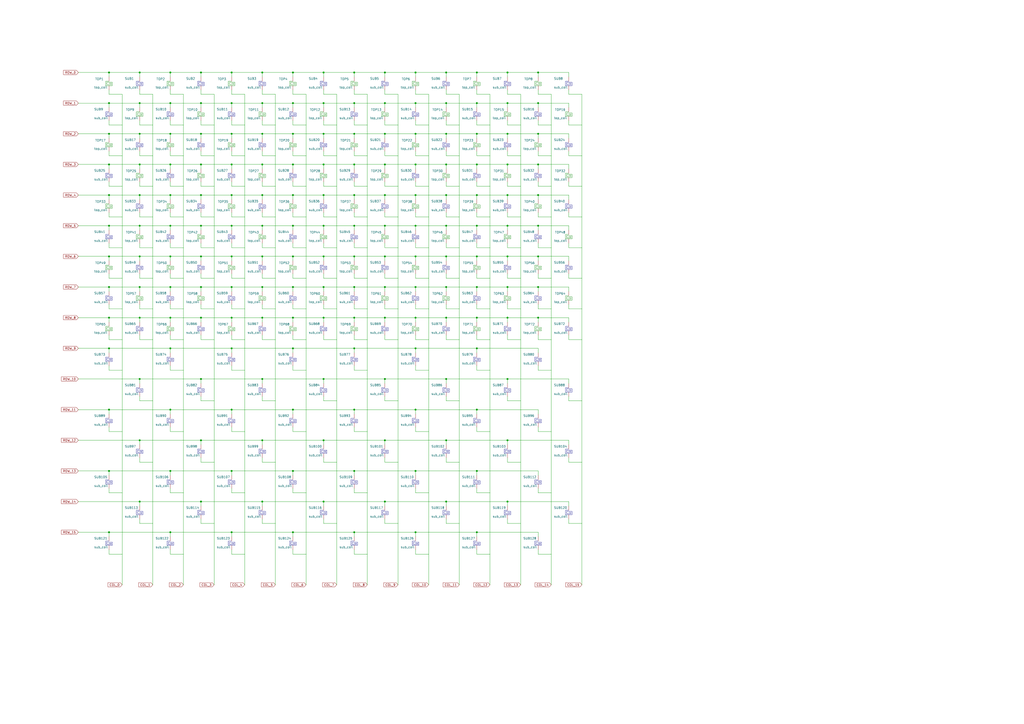
<source format=kicad_sch>
(kicad_sch (version 20231120) (generator "eeschema") (generator_version "8.0")
  (paper "A2")
  (title_block (date "2024-07-23"))
  (junction (at 276.606 273.177))
  (junction (at 241.046 273.177))
  (junction (at 98.806 202.057))
  (junction (at 312.166 113.157))
  (junction (at 98.806 77.597))
  (junction (at 187.706 113.157))
  (junction (at 152.146 113.157))
  (junction (at 258.826 42.037))
  (junction (at 187.706 148.717))
  (junction (at 81.026 184.277))
  (junction (at 312.166 148.717))
  (junction (at 276.606 148.717))
  (junction (at 169.926 130.937))
  (junction (at 312.166 130.937))
  (junction (at 98.806 237.617))
  (junction (at 63.246 95.377))
  (junction (at 134.366 113.157))
  (junction (at 312.166 184.277))
  (junction (at 223.266 148.717))
  (junction (at 152.146 166.497))
  (junction (at 134.366 166.497))
  (junction (at 223.266 113.157))
  (junction (at 241.046 113.157))
  (junction (at 152.146 130.937))
  (junction (at 276.606 202.057))
  (junction (at 81.026 130.937))
  (junction (at 116.586 255.397))
  (junction (at 169.926 59.817))
  (junction (at 169.926 202.057))
  (junction (at 294.386 95.377))
  (junction (at 116.586 130.937))
  (junction (at 98.806 184.277))
  (junction (at 187.706 290.957))
  (junction (at 134.366 308.737))
  (junction (at 223.266 219.837))
  (junction (at 258.826 130.937))
  (junction (at 294.386 113.157))
  (junction (at 63.246 130.937))
  (junction (at 152.146 184.277))
  (junction (at 81.026 113.157))
  (junction (at 312.166 42.037))
  (junction (at 134.366 148.717))
  (junction (at 63.246 237.617))
  (junction (at 223.266 95.377))
  (junction (at 116.586 42.037))
  (junction (at 134.366 184.277))
  (junction (at 258.826 113.157))
  (junction (at 187.706 255.397))
  (junction (at 312.166 77.597))
  (junction (at 205.486 77.597))
  (junction (at 312.166 95.377))
  (junction (at 81.026 290.957))
  (junction (at 81.026 59.817))
  (junction (at 116.586 95.377))
  (junction (at 187.706 77.597))
  (junction (at 98.806 166.497))
  (junction (at 294.386 130.937))
  (junction (at 223.266 130.937))
  (junction (at 134.366 237.617))
  (junction (at 81.026 255.397))
  (junction (at 152.146 219.837))
  (junction (at 241.046 184.277))
  (junction (at 205.486 184.277))
  (junction (at 98.806 59.817))
  (junction (at 152.146 77.597))
  (junction (at 241.046 59.817))
  (junction (at 152.146 42.037))
  (junction (at 116.586 290.957))
  (junction (at 98.806 42.037))
  (junction (at 98.806 148.717))
  (junction (at 205.486 95.377))
  (junction (at 187.706 166.497))
  (junction (at 276.606 308.737))
  (junction (at 276.606 77.597))
  (junction (at 241.046 148.717))
  (junction (at 169.926 273.177))
  (junction (at 134.366 59.817))
  (junction (at 294.386 42.037))
  (junction (at 312.166 166.497))
  (junction (at 294.386 59.817))
  (junction (at 223.266 59.817))
  (junction (at 294.386 290.957))
  (junction (at 187.706 59.817))
  (junction (at 205.486 113.157))
  (junction (at 134.366 42.037))
  (junction (at 276.606 184.277))
  (junction (at 205.486 202.057))
  (junction (at 81.026 166.497))
  (junction (at 258.826 290.957))
  (junction (at 276.606 113.157))
  (junction (at 169.926 166.497))
  (junction (at 134.366 95.377))
  (junction (at 116.586 184.277))
  (junction (at 241.046 237.617))
  (junction (at 241.046 77.597))
  (junction (at 81.026 148.717))
  (junction (at 152.146 148.717))
  (junction (at 276.606 130.937))
  (junction (at 205.486 237.617))
  (junction (at 205.486 273.177))
  (junction (at 152.146 255.397))
  (junction (at 169.926 237.617))
  (junction (at 223.266 255.397))
  (junction (at 294.386 148.717))
  (junction (at 276.606 95.377))
  (junction (at 258.826 219.837))
  (junction (at 98.806 273.177))
  (junction (at 312.166 59.817))
  (junction (at 169.926 148.717))
  (junction (at 98.806 113.157))
  (junction (at 116.586 166.497))
  (junction (at 294.386 219.837))
  (junction (at 276.606 59.817))
  (junction (at 134.366 130.937))
  (junction (at 63.246 59.817))
  (junction (at 276.606 166.497))
  (junction (at 134.366 202.057))
  (junction (at 276.606 42.037))
  (junction (at 294.386 184.277))
  (junction (at 63.246 77.597))
  (junction (at 205.486 59.817))
  (junction (at 152.146 95.377))
  (junction (at 169.926 42.037))
  (junction (at 187.706 184.277))
  (junction (at 169.926 95.377))
  (junction (at 63.246 184.277))
  (junction (at 294.386 255.397))
  (junction (at 116.586 113.157))
  (junction (at 276.606 237.617))
  (junction (at 258.826 255.397))
  (junction (at 134.366 273.177))
  (junction (at 205.486 148.717))
  (junction (at 63.246 308.737))
  (junction (at 63.246 42.037))
  (junction (at 81.026 95.377))
  (junction (at 63.246 202.057))
  (junction (at 116.586 148.717))
  (junction (at 223.266 77.597))
  (junction (at 294.386 166.497))
  (junction (at 258.826 166.497))
  (junction (at 63.246 273.177))
  (junction (at 81.026 42.037))
  (junction (at 187.706 130.937))
  (junction (at 241.046 42.037))
  (junction (at 223.266 42.037))
  (junction (at 205.486 42.037))
  (junction (at 205.486 308.737))
  (junction (at 169.926 308.737))
  (junction (at 223.266 184.277))
  (junction (at 187.706 42.037))
  (junction (at 205.486 166.497))
  (junction (at 241.046 166.497))
  (junction (at 98.806 130.937))
  (junction (at 187.706 95.377))
  (junction (at 169.926 184.277))
  (junction (at 63.246 148.717))
  (junction (at 223.266 290.957))
  (junction (at 152.146 290.957))
  (junction (at 63.246 166.497))
  (junction (at 258.826 59.817))
  (junction (at 152.146 59.817))
  (junction (at 81.026 219.837))
  (junction (at 241.046 130.937))
  (junction (at 169.926 77.597))
  (junction (at 258.826 184.277))
  (junction (at 169.926 113.157))
  (junction (at 258.826 148.717))
  (junction (at 241.046 202.057))
  (junction (at 223.266 166.497))
  (junction (at 187.706 219.837))
  (junction (at 81.026 77.597))
  (junction (at 258.826 77.597))
  (junction (at 98.806 95.377))
  (junction (at 98.806 308.737))
  (junction (at 205.486 130.937))
  (junction (at 294.386 77.597))
  (junction (at 116.586 59.817))
  (junction (at 258.826 95.377))
  (junction (at 241.046 95.377))
  (junction (at 116.586 77.597))
  (junction (at 134.366 77.597))
  (junction (at 241.046 308.737))
  (junction (at 116.586 219.837))
  (junction (at 63.246 113.157))
  (wire (pts (xy 116.586 54.737) (xy 124.206 54.737)))
  (wire (pts (xy 223.266 62.357) (xy 223.266 59.817)))
  (wire (pts (xy 223.266 232.537) (xy 230.886 232.537)))
  (wire (pts (xy 187.706 265.557) (xy 187.706 268.097)))
  (wire (pts (xy 213.106 90.297) (xy 213.106 108.077)))
  (wire (pts (xy 258.826 161.417) (xy 266.446 161.417)))
  (wire (pts (xy 169.926 275.717) (xy 169.926 273.177)))
  (wire (pts (xy 241.046 214.757) (xy 248.666 214.757)))
  (wire (pts (xy 205.486 283.337) (xy 205.486 285.877)))
  (wire (pts (xy 294.386 80.137) (xy 294.386 77.597)))
  (wire (pts (xy 98.806 250.317) (xy 106.426 250.317)))
  (wire (pts (xy 329.946 161.417) (xy 337.566 161.417)))
  (wire (pts (xy 106.426 196.977) (xy 106.426 214.757)))
  (wire (pts (xy 81.026 303.657) (xy 88.646 303.657)))
  (wire (pts (xy 276.606 133.477) (xy 276.606 130.937)))
  (wire (pts (xy 141.986 143.637) (xy 141.986 161.417)))
  (wire (pts (xy 187.706 95.377) (xy 169.926 95.377)))
  (wire (pts (xy 187.706 133.477) (xy 187.706 130.937)))
  (wire (pts (xy 195.326 72.517) (xy 195.326 90.297)))
  (wire (pts (xy 116.586 113.157) (xy 98.806 113.157)))
  (wire (pts (xy 63.246 108.077) (xy 70.866 108.077)))
  (wire (pts (xy 169.926 161.417) (xy 177.546 161.417)))
  (wire (pts (xy 134.366 113.157) (xy 116.586 113.157)))
  (wire (pts (xy 152.146 194.437) (xy 152.146 196.977)))
  (wire (pts (xy 98.806 95.377) (xy 81.026 95.377)))
  (wire (pts (xy 116.586 265.557) (xy 116.586 268.097)))
  (wire (pts (xy 276.606 80.137) (xy 276.606 77.597)))
  (wire (pts (xy 124.206 90.297) (xy 124.206 108.077)))
  (wire (pts (xy 116.586 301.117) (xy 116.586 303.657)))
  (wire (pts (xy 187.706 158.877) (xy 187.706 161.417)))
  (wire (pts (xy 266.446 90.297) (xy 266.446 108.077)))
  (wire (pts (xy 329.946 257.937) (xy 329.946 255.397)))
  (wire (pts (xy 116.586 130.937) (xy 98.806 130.937)))
  (wire (pts (xy 205.486 318.897) (xy 205.486 321.437)))
  (wire (pts (xy 81.026 196.977) (xy 88.646 196.977)))
  (wire (pts (xy 337.566 90.297) (xy 337.566 108.077)))
  (wire (pts (xy 152.146 80.137) (xy 152.146 77.597)))
  (wire (pts (xy 276.606 42.037) (xy 258.826 42.037)))
  (wire (pts (xy 63.246 308.737) (xy 45.466 308.737)))
  (wire (pts (xy 88.646 196.977) (xy 88.646 232.537)))
  (wire (pts (xy 152.146 54.737) (xy 159.766 54.737)))
  (wire (pts (xy 230.886 143.637) (xy 230.886 161.417)))
  (wire (pts (xy 329.946 72.517) (xy 337.566 72.517)))
  (wire (pts (xy 276.606 311.277) (xy 276.606 308.737)))
  (wire (pts (xy 258.826 72.517) (xy 266.446 72.517)))
  (wire (pts (xy 213.106 161.417) (xy 213.106 179.197)))
  (wire (pts (xy 152.146 229.997) (xy 152.146 232.537)))
  (wire (pts (xy 116.586 161.417) (xy 124.206 161.417)))
  (wire (pts (xy 63.246 59.817) (xy 45.466 59.817)))
  (wire (pts (xy 284.226 214.757) (xy 284.226 250.317)))
  (wire (pts (xy 169.926 42.037) (xy 152.146 42.037)))
  (wire (pts (xy 329.946 87.757) (xy 329.946 90.297)))
  (wire (pts (xy 230.886 232.537) (xy 230.886 268.097)))
  (wire (pts (xy 223.266 42.037) (xy 205.486 42.037)))
  (wire (pts (xy 81.026 44.577) (xy 81.026 42.037)))
  (wire (pts (xy 134.366 59.817) (xy 116.586 59.817)))
  (wire (pts (xy 294.386 77.597) (xy 276.606 77.597)))
  (wire (pts (xy 312.166 69.977) (xy 312.166 72.517)))
  (wire (pts (xy 98.806 54.737) (xy 106.426 54.737)))
  (wire (pts (xy 337.566 179.197) (xy 337.566 196.977)))
  (wire (pts (xy 187.706 80.137) (xy 187.706 77.597)))
  (wire (pts (xy 241.046 59.817) (xy 223.266 59.817)))
  (wire (pts (xy 81.026 115.697) (xy 81.026 113.157)))
  (wire (pts (xy 241.046 80.137) (xy 241.046 77.597)))
  (wire (pts (xy 141.986 285.877) (xy 141.986 321.437)))
  (wire (pts (xy 241.046 95.377) (xy 223.266 95.377)))
  (wire (pts (xy 70.866 125.857) (xy 70.866 143.637)))
  (wire (pts (xy 205.486 161.417) (xy 213.106 161.417)))
  (wire (pts (xy 223.266 105.537) (xy 223.266 108.077)))
  (wire (pts (xy 223.266 95.377) (xy 205.486 95.377)))
  (wire (pts (xy 284.226 54.737) (xy 284.226 72.517)))
  (wire (pts (xy 134.366 54.737) (xy 141.986 54.737)))
  (wire (pts (xy 134.366 52.197) (xy 134.366 54.737)))
  (wire (pts (xy 116.586 77.597) (xy 98.806 77.597)))
  (wire (pts (xy 213.106 321.437) (xy 213.106 339.217)))
  (wire (pts (xy 205.486 133.477) (xy 205.486 130.937)))
  (wire (pts (xy 312.166 148.717) (xy 294.386 148.717)))
  (wire (pts (xy 63.246 285.877) (xy 70.866 285.877)))
  (wire (pts (xy 63.246 113.157) (xy 45.466 113.157)))
  (wire (pts (xy 205.486 113.157) (xy 187.706 113.157)))
  (wire (pts (xy 258.826 184.277) (xy 241.046 184.277)))
  (wire (pts (xy 302.006 108.077) (xy 302.006 125.857)))
  (wire (pts (xy 134.366 275.717) (xy 134.366 273.177)))
  (wire (pts (xy 205.486 105.537) (xy 205.486 108.077)))
  (wire (pts (xy 312.166 113.157) (xy 294.386 113.157)))
  (wire (pts (xy 187.706 90.297) (xy 195.326 90.297)))
  (wire (pts (xy 116.586 169.037) (xy 116.586 166.497)))
  (wire (pts (xy 141.986 125.857) (xy 141.986 143.637)))
  (wire (pts (xy 294.386 42.037) (xy 276.606 42.037)))
  (wire (pts (xy 81.026 257.937) (xy 81.026 255.397)))
  (wire (pts (xy 169.926 115.697) (xy 169.926 113.157)))
  (wire (pts (xy 116.586 184.277) (xy 98.806 184.277)))
  (wire (pts (xy 312.166 186.817) (xy 312.166 184.277)))
  (wire (pts (xy 98.806 42.037) (xy 81.026 42.037)))
  (wire (pts (xy 284.226 196.977) (xy 284.226 214.757)))
  (wire (pts (xy 276.606 130.937) (xy 258.826 130.937)))
  (wire (pts (xy 294.386 133.477) (xy 294.386 130.937)))
  (wire (pts (xy 63.246 87.757) (xy 63.246 90.297)))
  (wire (pts (xy 116.586 176.657) (xy 116.586 179.197)))
  (wire (pts (xy 302.006 143.637) (xy 302.006 161.417)))
  (wire (pts (xy 329.946 148.717) (xy 312.166 148.717)))
  (wire (pts (xy 159.766 90.297) (xy 159.766 108.077)))
  (wire (pts (xy 230.886 108.077) (xy 230.886 125.857)))
  (wire (pts (xy 159.766 125.857) (xy 159.766 143.637)))
  (wire (pts (xy 205.486 62.357) (xy 205.486 59.817)))
  (wire (pts (xy 98.806 196.977) (xy 106.426 196.977)))
  (wire (pts (xy 329.946 301.117) (xy 329.946 303.657)))
  (wire (pts (xy 294.386 176.657) (xy 294.386 179.197)))
  (wire (pts (xy 70.866 90.297) (xy 70.866 108.077)))
  (wire (pts (xy 152.146 113.157) (xy 134.366 113.157)))
  (wire (pts (xy 70.866 250.317) (xy 70.866 285.877)))
  (wire (pts (xy 134.366 273.177) (xy 169.926 273.177)))
  (wire (pts (xy 152.146 158.877) (xy 152.146 161.417)))
  (wire (pts (xy 223.266 44.577) (xy 223.266 42.037)))
  (wire (pts (xy 294.386 255.397) (xy 329.946 255.397)))
  (wire (pts (xy 134.366 176.657) (xy 134.366 179.197)))
  (wire (pts (xy 248.666 161.417) (xy 248.666 179.197)))
  (wire (pts (xy 88.646 108.077) (xy 88.646 125.857)))
  (wire (pts (xy 187.706 151.257) (xy 187.706 148.717)))
  (wire (pts (xy 195.326 268.097) (xy 195.326 303.657)))
  (wire (pts (xy 134.366 130.937) (xy 116.586 130.937)))
  (wire (pts (xy 205.486 214.757) (xy 213.106 214.757)))
  (wire (pts (xy 223.266 123.317) (xy 223.266 125.857)))
  (wire (pts (xy 248.666 285.877) (xy 248.666 321.437)))
  (wire (pts (xy 116.586 143.637) (xy 124.206 143.637)))
  (wire (pts (xy 63.246 250.317) (xy 70.866 250.317)))
  (wire (pts (xy 141.986 54.737) (xy 141.986 72.517)))
  (wire (pts (xy 81.026 169.037) (xy 81.026 166.497)))
  (wire (pts (xy 134.366 108.077) (xy 141.986 108.077)))
  (wire (pts (xy 241.046 148.717) (xy 223.266 148.717)))
  (wire (pts (xy 88.646 90.297) (xy 88.646 108.077)))
  (wire (pts (xy 63.246 166.497) (xy 45.466 166.497)))
  (wire (pts (xy 319.786 143.637) (xy 319.786 161.417)))
  (wire (pts (xy 116.586 62.357) (xy 116.586 59.817)))
  (wire (pts (xy 223.266 255.397) (xy 258.826 255.397)))
  (wire (pts (xy 116.586 97.917) (xy 116.586 95.377)))
  (wire (pts (xy 169.926 148.717) (xy 152.146 148.717)))
  (wire (pts (xy 329.946 232.537) (xy 337.566 232.537)))
  (wire (pts (xy 169.926 240.157) (xy 169.926 237.617)))
  (wire (pts (xy 134.366 72.517) (xy 141.986 72.517)))
  (wire (pts (xy 98.806 214.757) (xy 106.426 214.757)))
  (wire (pts (xy 169.926 123.317) (xy 169.926 125.857)))
  (wire (pts (xy 241.046 196.977) (xy 248.666 196.977)))
  (wire (pts (xy 116.586 80.137) (xy 116.586 77.597)))
  (wire (pts (xy 116.586 72.517) (xy 124.206 72.517)))
  (wire (pts (xy 98.806 176.657) (xy 98.806 179.197)))
  (wire (pts (xy 45.466 290.957) (xy 81.026 290.957)))
  (wire (pts (xy 195.326 143.637) (xy 195.326 161.417)))
  (wire (pts (xy 106.426 90.297) (xy 106.426 108.077)))
  (wire (pts (xy 98.806 166.497) (xy 81.026 166.497)))
  (wire (pts (xy 187.706 72.517) (xy 195.326 72.517)))
  (wire (pts (xy 329.946 42.037) (xy 312.166 42.037)))
  (wire (pts (xy 205.486 237.617) (xy 241.046 237.617)))
  (wire (pts (xy 63.246 42.037) (xy 45.466 42.037)))
  (wire (pts (xy 169.926 105.537) (xy 169.926 108.077)))
  (wire (pts (xy 63.246 161.417) (xy 70.866 161.417)))
  (wire (pts (xy 205.486 90.297) (xy 213.106 90.297)))
  (wire (pts (xy 187.706 62.357) (xy 187.706 59.817)))
  (wire (pts (xy 63.246 202.057) (xy 98.806 202.057)))
  (wire (pts (xy 241.046 52.197) (xy 241.046 54.737)))
  (wire (pts (xy 187.706 196.977) (xy 195.326 196.977)))
  (wire (pts (xy 205.486 52.197) (xy 205.486 54.737)))
  (wire (pts (xy 223.266 133.477) (xy 223.266 130.937)))
  (wire (pts (xy 81.026 69.977) (xy 81.026 72.517)))
  (wire (pts (xy 98.806 275.717) (xy 98.806 273.177)))
  (wire (pts (xy 258.826 293.497) (xy 258.826 290.957)))
  (wire (pts (xy 276.606 72.517) (xy 284.226 72.517)))
  (wire (pts (xy 205.486 87.757) (xy 205.486 90.297)))
  (wire (pts (xy 258.826 290.957) (xy 294.386 290.957)))
  (wire (pts (xy 134.366 143.637) (xy 141.986 143.637)))
  (wire (pts (xy 152.146 232.537) (xy 159.766 232.537)))
  (wire (pts (xy 213.106 125.857) (xy 213.106 143.637)))
  (wire (pts (xy 70.866 72.517) (xy 70.866 90.297)))
  (wire (pts (xy 205.486 72.517) (xy 213.106 72.517)))
  (wire (pts (xy 81.026 141.097) (xy 81.026 143.637)))
  (wire (pts (xy 329.946 143.637) (xy 337.566 143.637)))
  (wire (pts (xy 152.146 95.377) (xy 134.366 95.377)))
  (wire (pts (xy 98.806 186.817) (xy 98.806 184.277)))
  (wire (pts (xy 258.826 113.157) (xy 241.046 113.157)))
  (wire (pts (xy 187.706 232.537) (xy 195.326 232.537)))
  (wire (pts (xy 152.146 141.097) (xy 152.146 143.637)))
  (wire (pts (xy 205.486 186.817) (xy 205.486 184.277)))
  (wire (pts (xy 177.546 72.517) (xy 177.546 90.297)))
  (wire (pts (xy 152.146 133.477) (xy 152.146 130.937)))
  (wire (pts (xy 312.166 196.977) (xy 319.786 196.977)))
  (wire (pts (xy 284.226 161.417) (xy 284.226 179.197)))
  (wire (pts (xy 63.246 204.597) (xy 63.246 202.057)))
  (wire (pts (xy 276.606 202.057) (xy 312.166 202.057)))
  (wire (pts (xy 195.326 125.857) (xy 195.326 143.637)))
  (wire (pts (xy 81.026 161.417) (xy 88.646 161.417)))
  (wire (pts (xy 258.826 133.477) (xy 258.826 130.937)))
  (wire (pts (xy 134.366 151.257) (xy 134.366 148.717)))
  (wire (pts (xy 284.226 90.297) (xy 284.226 108.077)))
  (wire (pts (xy 169.926 166.497) (xy 152.146 166.497)))
  (wire (pts (xy 241.046 123.317) (xy 241.046 125.857)))
  (wire (pts (xy 258.826 59.817) (xy 241.046 59.817)))
  (wire (pts (xy 152.146 222.377) (xy 152.146 219.837)))
  (wire (pts (xy 276.606 123.317) (xy 276.606 125.857)))
  (wire (pts (xy 329.946 123.317) (xy 329.946 125.857)))
  (wire (pts (xy 258.826 194.437) (xy 258.826 196.977)))
  (wire (pts (xy 81.026 62.357) (xy 81.026 59.817)))
  (wire (pts (xy 276.606 196.977) (xy 284.226 196.977)))
  (wire (pts (xy 276.606 308.737) (xy 312.166 308.737)))
  (wire (pts (xy 223.266 52.197) (xy 223.266 54.737)))
  (wire (pts (xy 223.266 229.997) (xy 223.266 232.537)))
  (wire (pts (xy 276.606 169.037) (xy 276.606 166.497)))
  (wire (pts (xy 319.786 250.317) (xy 319.786 285.877)))
  (wire (pts (xy 134.366 250.317) (xy 141.986 250.317)))
  (wire (pts (xy 294.386 97.917) (xy 294.386 95.377)))
  (wire (pts (xy 134.366 123.317) (xy 134.366 125.857)))
  (wire (pts (xy 276.606 285.877) (xy 284.226 285.877)))
  (wire (pts (xy 169.926 212.217) (xy 169.926 214.757)))
  (wire (pts (xy 258.826 166.497) (xy 241.046 166.497)))
  (wire (pts (xy 152.146 148.717) (xy 134.366 148.717)))
  (wire (pts (xy 169.926 62.357) (xy 169.926 59.817)))
  (wire (pts (xy 63.246 273.177) (xy 45.466 273.177)))
  (wire (pts (xy 116.586 232.537) (xy 124.206 232.537)))
  (wire (pts (xy 258.826 125.857) (xy 266.446 125.857)))
  (wire (pts (xy 81.026 176.657) (xy 81.026 179.197)))
  (wire (pts (xy 70.866 143.637) (xy 70.866 161.417)))
  (wire (pts (xy 312.166 283.337) (xy 312.166 285.877)))
  (wire (pts (xy 312.166 105.537) (xy 312.166 108.077)))
  (wire (pts (xy 187.706 184.277) (xy 169.926 184.277)))
  (wire (pts (xy 205.486 275.717) (xy 205.486 273.177)))
  (wire (pts (xy 116.586 186.817) (xy 116.586 184.277)))
  (wire (pts (xy 319.786 196.977) (xy 319.786 214.757)))
  (wire (pts (xy 106.426 179.197) (xy 106.426 196.977)))
  (wire (pts (xy 258.826 54.737) (xy 266.446 54.737)))
  (wire (pts (xy 116.586 222.377) (xy 116.586 219.837)))
  (wire (pts (xy 177.546 161.417) (xy 177.546 179.197)))
  (wire (pts (xy 312.166 95.377) (xy 294.386 95.377)))
  (wire (pts (xy 116.586 115.697) (xy 116.586 113.157)))
  (wire (pts (xy 205.486 179.197) (xy 213.106 179.197)))
  (wire (pts (xy 329.946 54.737) (xy 337.566 54.737)))
  (wire (pts (xy 241.046 158.877) (xy 241.046 161.417)))
  (wire (pts (xy 266.446 161.417) (xy 266.446 179.197)))
  (wire (pts (xy 294.386 161.417) (xy 302.006 161.417)))
  (wire (pts (xy 205.486 80.137) (xy 205.486 77.597)))
  (wire (pts (xy 294.386 268.097) (xy 302.006 268.097)))
  (wire (pts (xy 223.266 268.097) (xy 230.886 268.097)))
  (wire (pts (xy 134.366 318.897) (xy 134.366 321.437)))
  (wire (pts (xy 284.226 250.317) (xy 284.226 285.877)))
  (wire (pts (xy 152.146 219.837) (xy 187.706 219.837)))
  (wire (pts (xy 81.026 219.837) (xy 116.586 219.837)))
  (wire (pts (xy 329.946 44.577) (xy 329.946 42.037)))
  (wire (pts (xy 116.586 268.097) (xy 124.206 268.097)))
  (wire (pts (xy 134.366 202.057) (xy 169.926 202.057)))
  (wire (pts (xy 169.926 237.617) (xy 205.486 237.617)))
  (wire (pts (xy 241.046 130.937) (xy 223.266 130.937)))
  (wire (pts (xy 63.246 318.897) (xy 63.246 321.437)))
  (wire (pts (xy 187.706 293.497) (xy 187.706 290.957)))
  (wire (pts (xy 98.806 115.697) (xy 98.806 113.157)))
  (wire (pts (xy 241.046 125.857) (xy 248.666 125.857)))
  (wire (pts (xy 134.366 141.097) (xy 134.366 143.637)))
  (wire (pts (xy 63.246 105.537) (xy 63.246 108.077)))
  (wire (pts (xy 187.706 194.437) (xy 187.706 196.977)))
  (wire (pts (xy 284.226 125.857) (xy 284.226 143.637)))
  (wire (pts (xy 258.826 80.137) (xy 258.826 77.597)))
  (wire (pts (xy 116.586 255.397) (xy 152.146 255.397)))
  (wire (pts (xy 81.026 87.757) (xy 81.026 90.297)))
  (wire (pts (xy 159.766 232.537) (xy 159.766 268.097)))
  (wire (pts (xy 266.446 125.857) (xy 266.446 143.637)))
  (wire (pts (xy 329.946 293.497) (xy 329.946 290.957)))
  (wire (pts (xy 223.266 179.197) (xy 230.886 179.197)))
  (wire (pts (xy 241.046 202.057) (xy 276.606 202.057)))
  (wire (pts (xy 302.006 54.737) (xy 302.006 72.517)))
  (wire (pts (xy 177.546 214.757) (xy 177.546 250.317)))
  (wire (pts (xy 329.946 229.997) (xy 329.946 232.537)))
  (wire (pts (xy 329.946 69.977) (xy 329.946 72.517)))
  (wire (pts (xy 241.046 161.417) (xy 248.666 161.417)))
  (wire (pts (xy 187.706 179.197) (xy 195.326 179.197)))
  (wire (pts (xy 169.926 176.657) (xy 169.926 179.197)))
  (wire (pts (xy 223.266 222.377) (xy 223.266 219.837)))
  (wire (pts (xy 276.606 115.697) (xy 276.606 113.157)))
  (wire (pts (xy 258.826 108.077) (xy 266.446 108.077)))
  (wire (pts (xy 312.166 90.297) (xy 319.786 90.297)))
  (wire (pts (xy 241.046 141.097) (xy 241.046 143.637)))
  (wire (pts (xy 276.606 87.757) (xy 276.606 90.297)))
  (wire (pts (xy 81.026 232.537) (xy 88.646 232.537)))
  (wire (pts (xy 187.706 268.097) (xy 195.326 268.097)))
  (wire (pts (xy 63.246 237.617) (xy 45.466 237.617)))
  (wire (pts (xy 205.486 240.157) (xy 205.486 237.617)))
  (wire (pts (xy 124.206 143.637) (xy 124.206 161.417)))
  (wire (pts (xy 248.666 143.637) (xy 248.666 161.417)))
  (wire (pts (xy 329.946 186.817) (xy 329.946 184.277)))
  (wire (pts (xy 63.246 196.977) (xy 70.866 196.977)))
  (wire (pts (xy 116.586 42.037) (xy 98.806 42.037)))
  (wire (pts (xy 106.426 54.737) (xy 106.426 72.517)))
  (wire (pts (xy 63.246 90.297) (xy 70.866 90.297)))
  (wire (pts (xy 187.706 125.857) (xy 195.326 125.857)))
  (wire (pts (xy 187.706 130.937) (xy 169.926 130.937)))
  (wire (pts (xy 258.826 90.297) (xy 266.446 90.297)))
  (wire (pts (xy 205.486 250.317) (xy 213.106 250.317)))
  (wire (pts (xy 312.166 59.817) (xy 294.386 59.817)))
  (wire (pts (xy 223.266 194.437) (xy 223.266 196.977)))
  (wire (pts (xy 98.806 148.717) (xy 81.026 148.717)))
  (wire (pts (xy 116.586 44.577) (xy 116.586 42.037)))
  (wire (pts (xy 63.246 194.437) (xy 63.246 196.977)))
  (wire (pts (xy 223.266 115.697) (xy 223.266 113.157)))
  (wire (pts (xy 134.366 283.337) (xy 134.366 285.877)))
  (wire (pts (xy 258.826 95.377) (xy 241.046 95.377)))
  (wire (pts (xy 187.706 87.757) (xy 187.706 90.297)))
  (wire (pts (xy 169.926 44.577) (xy 169.926 42.037)))
  (wire (pts (xy 223.266 301.117) (xy 223.266 303.657)))
  (wire (pts (xy 223.266 166.497) (xy 205.486 166.497)))
  (wire (pts (xy 134.366 97.917) (xy 134.366 95.377)))
  (wire (pts (xy 294.386 62.357) (xy 294.386 59.817)))
  (wire (pts (xy 63.246 158.877) (xy 63.246 161.417)))
  (wire (pts (xy 177.546 250.317) (xy 177.546 285.877)))
  (wire (pts (xy 223.266 158.877) (xy 223.266 161.417)))
  (wire (pts (xy 329.946 130.937) (xy 312.166 130.937)))
  (wire (pts (xy 169.926 125.857) (xy 177.546 125.857)))
  (wire (pts (xy 63.246 133.477) (xy 63.246 130.937)))
  (wire (pts (xy 63.246 283.337) (xy 63.246 285.877)))
  (wire (pts (xy 98.806 62.357) (xy 98.806 59.817)))
  (wire (pts (xy 116.586 125.857) (xy 124.206 125.857)))
  (wire (pts (xy 248.666 54.737) (xy 248.666 72.517)))
  (wire (pts (xy 230.886 268.097) (xy 230.886 303.657)))
  (wire (pts (xy 63.246 69.977) (xy 63.246 72.517)))
  (wire (pts (xy 63.246 273.177) (xy 98.806 273.177)))
  (wire (pts (xy 159.766 179.197) (xy 159.766 196.977)))
  (wire (pts (xy 70.866 108.077) (xy 70.866 125.857)))
  (wire (pts (xy 266.446 72.517) (xy 266.446 90.297)))
  (wire (pts (xy 152.146 97.917) (xy 152.146 95.377)))
  (wire (pts (xy 294.386 52.197) (xy 294.386 54.737)))
  (wire (pts (xy 187.706 143.637) (xy 195.326 143.637)))
  (wire (pts (xy 195.326 179.197) (xy 195.326 196.977)))
  (wire (pts (xy 241.046 113.157) (xy 223.266 113.157)))
  (wire (pts (xy 329.946 196.977) (xy 337.566 196.977)))
  (wire (pts (xy 276.606 125.857) (xy 284.226 125.857)))
  (wire (pts (xy 187.706 44.577) (xy 187.706 42.037)))
  (wire (pts (xy 205.486 273.177) (xy 241.046 273.177)))
  (wire (pts (xy 241.046 169.037) (xy 241.046 166.497)))
  (wire (pts (xy 241.046 321.437) (xy 248.666 321.437)))
  (wire (pts (xy 116.586 179.197) (xy 124.206 179.197)))
  (wire (pts (xy 319.786 72.517) (xy 319.786 90.297)))
  (wire (pts (xy 116.586 166.497) (xy 98.806 166.497)))
  (wire (pts (xy 98.806 204.597) (xy 98.806 202.057)))
  (wire (pts (xy 329.946 95.377) (xy 312.166 95.377)))
  (wire (pts (xy 337.566 108.077) (xy 337.566 125.857)))
  (wire (pts (xy 134.366 148.717) (xy 116.586 148.717)))
  (wire (pts (xy 88.646 143.637) (xy 88.646 161.417)))
  (wire (pts (xy 70.866 161.417) (xy 70.866 179.197)))
  (wire (pts (xy 152.146 105.537) (xy 152.146 108.077)))
  (wire (pts (xy 223.266 161.417) (xy 230.886 161.417)))
  (wire (pts (xy 312.166 125.857) (xy 319.786 125.857)))
  (wire (pts (xy 152.146 184.277) (xy 134.366 184.277)))
  (wire (pts (xy 81.026 151.257) (xy 81.026 148.717)))
  (wire (pts (xy 276.606 212.217) (xy 276.606 214.757)))
  (wire (pts (xy 187.706 105.537) (xy 187.706 108.077)))
  (wire (pts (xy 319.786 90.297) (xy 319.786 108.077)))
  (wire (pts (xy 152.146 44.577) (xy 152.146 42.037)))
  (wire (pts (xy 116.586 90.297) (xy 124.206 90.297)))
  (wire (pts (xy 169.926 143.637) (xy 177.546 143.637)))
  (wire (pts (xy 177.546 179.197) (xy 177.546 196.977)))
  (wire (pts (xy 177.546 54.737) (xy 177.546 72.517)))
  (wire (pts (xy 152.146 130.937) (xy 134.366 130.937)))
  (wire (pts (xy 312.166 161.417) (xy 319.786 161.417)))
  (wire (pts (xy 294.386 115.697) (xy 294.386 113.157)))
  (wire (pts (xy 266.446 268.097) (xy 266.446 303.657)))
  (wire (pts (xy 276.606 90.297) (xy 284.226 90.297)))
  (wire (pts (xy 329.946 62.357) (xy 329.946 59.817)))
  (wire (pts (xy 319.786 54.737) (xy 319.786 72.517)))
  (wire (pts (xy 45.466 219.837) (xy 81.026 219.837)))
  (wire (pts (xy 187.706 123.317) (xy 187.706 125.857)))
  (wire (pts (xy 81.026 184.277) (xy 63.246 184.277)))
  (wire (pts (xy 187.706 148.717) (xy 169.926 148.717)))
  (wire (pts (xy 223.266 196.977) (xy 230.886 196.977)))
  (wire (pts (xy 81.026 229.997) (xy 81.026 232.537)))
  (wire (pts (xy 81.026 158.877) (xy 81.026 161.417)))
  (wire (pts (xy 294.386 166.497) (xy 276.606 166.497)))
  (wire (pts (xy 241.046 311.277) (xy 241.046 308.737)))
  (wire (pts (xy 187.706 219.837) (xy 223.266 219.837)))
  (wire (pts (xy 241.046 308.737) (xy 276.606 308.737)))
  (wire (pts (xy 187.706 290.957) (xy 223.266 290.957)))
  (wire (pts (xy 169.926 250.317) (xy 177.546 250.317)))
  (wire (pts (xy 98.806 179.197) (xy 106.426 179.197)))
  (wire (pts (xy 223.266 293.497) (xy 223.266 290.957)))
  (wire (pts (xy 337.566 161.417) (xy 337.566 179.197)))
  (wire (pts (xy 116.586 148.717) (xy 98.806 148.717)))
  (wire (pts (xy 312.166 214.757) (xy 319.786 214.757)))
  (wire (pts (xy 152.146 290.957) (xy 187.706 290.957)))
  (wire (pts (xy 241.046 184.277) (xy 223.266 184.277)))
  (wire (pts (xy 276.606 97.917) (xy 276.606 95.377)))
  (wire (pts (xy 294.386 265.557) (xy 294.386 268.097)))
  (wire (pts (xy 169.926 77.597) (xy 152.146 77.597)))
  (wire (pts (xy 116.586 194.437) (xy 116.586 196.977)))
  (wire (pts (xy 81.026 133.477) (xy 81.026 130.937)))
  (wire (pts (xy 205.486 108.077) (xy 213.106 108.077)))
  (wire (pts (xy 213.106 214.757) (xy 213.106 250.317)))
  (wire (pts (xy 169.926 318.897) (xy 169.926 321.437)))
  (wire (pts (xy 187.706 52.197) (xy 187.706 54.737)))
  (wire (pts (xy 337.566 196.977) (xy 337.566 232.537)))
  (wire (pts (xy 276.606 113.157) (xy 258.826 113.157)))
  (wire (pts (xy 276.606 237.617) (xy 312.166 237.617)))
  (wire (pts (xy 241.046 247.777) (xy 241.046 250.317)))
  (wire (pts (xy 223.266 80.137) (xy 223.266 77.597)))
  (wire (pts (xy 205.486 311.277) (xy 205.486 308.737)))
  (wire (pts (xy 169.926 321.437) (xy 177.546 321.437)))
  (wire (pts (xy 169.926 214.757) (xy 177.546 214.757)))
  (wire (pts (xy 152.146 42.037) (xy 134.366 42.037)))
  (wire (pts (xy 329.946 59.817) (xy 312.166 59.817)))
  (wire (pts (xy 294.386 143.637) (xy 302.006 143.637)))
  (wire (pts (xy 169.926 54.737) (xy 177.546 54.737)))
  (wire (pts (xy 88.646 72.517) (xy 88.646 90.297)))
  (wire (pts (xy 98.806 77.597) (xy 81.026 77.597)))
  (wire (pts (xy 329.946 77.597) (xy 312.166 77.597)))
  (wire (pts (xy 98.806 283.337) (xy 98.806 285.877)))
  (wire (pts (xy 63.246 237.617) (xy 98.806 237.617)))
  (wire (pts (xy 169.926 202.057) (xy 205.486 202.057)))
  (wire (pts (xy 152.146 77.597) (xy 134.366 77.597)))
  (wire (pts (xy 81.026 42.037) (xy 63.246 42.037)))
  (wire (pts (xy 70.866 179.197) (xy 70.866 196.977)))
  (wire (pts (xy 116.586 229.997) (xy 116.586 232.537)))
  (wire (pts (xy 276.606 275.717) (xy 276.606 273.177)))
  (wire (pts (xy 169.926 90.297) (xy 177.546 90.297)))
  (wire (pts (xy 230.886 196.977) (xy 230.886 232.537)))
  (wire (pts (xy 329.946 108.077) (xy 337.566 108.077)))
  (wire (pts (xy 241.046 87.757) (xy 241.046 90.297)))
  (wire (pts (xy 319.786 321.437) (xy 319.786 339.217)))
  (wire (pts (xy 169.926 247.777) (xy 169.926 250.317)))
  (wire (pts (xy 223.266 90.297) (xy 230.886 90.297)))
  (wire (pts (xy 205.486 115.697) (xy 205.486 113.157)))
  (wire (pts (xy 258.826 169.037) (xy 258.826 166.497)))
  (wire (pts (xy 258.826 105.537) (xy 258.826 108.077)))
  (wire (pts (xy 294.386 222.377) (xy 294.386 219.837)))
  (wire (pts (xy 116.586 108.077) (xy 124.206 108.077)))
  (wire (pts (xy 241.046 115.697) (xy 241.046 113.157)))
  (wire (pts (xy 134.366 77.597) (xy 116.586 77.597)))
  (wire (pts (xy 152.146 123.317) (xy 152.146 125.857)))
  (wire (pts (xy 258.826 141.097) (xy 258.826 143.637)))
  (wire (pts (xy 241.046 186.817) (xy 241.046 184.277)))
  (wire (pts (xy 266.446 196.977) (xy 266.446 232.537)))
  (wire (pts (xy 312.166 204.597) (xy 312.166 202.057)))
  (wire (pts (xy 134.366 105.537) (xy 134.366 108.077)))
  (wire (pts (xy 294.386 219.837) (xy 329.946 219.837)))
  (wire (pts (xy 134.366 95.377) (xy 116.586 95.377)))
  (wire (pts (xy 241.046 44.577) (xy 241.046 42.037)))
  (wire (pts (xy 276.606 186.817) (xy 276.606 184.277)))
  (wire (pts (xy 81.026 54.737) (xy 88.646 54.737)))
  (wire (pts (xy 63.246 115.697) (xy 63.246 113.157)))
  (wire (pts (xy 241.046 97.917) (xy 241.046 95.377)))
  (wire (pts (xy 337.566 72.517) (xy 337.566 90.297)))
  (wire (pts (xy 169.926 311.277) (xy 169.926 308.737)))
  (wire (pts (xy 294.386 148.717) (xy 276.606 148.717)))
  (wire (pts (xy 276.606 54.737) (xy 284.226 54.737)))
  (wire (pts (xy 177.546 143.637) (xy 177.546 161.417)))
  (wire (pts (xy 98.806 80.137) (xy 98.806 77.597)))
  (wire (pts (xy 195.326 108.077) (xy 195.326 125.857)))
  (wire (pts (xy 241.046 212.217) (xy 241.046 214.757)))
  (wire (pts (xy 329.946 133.477) (xy 329.946 130.937)))
  (wire (pts (xy 223.266 59.817) (xy 205.486 59.817)))
  (wire (pts (xy 187.706 176.657) (xy 187.706 179.197)))
  (wire (pts (xy 98.806 321.437) (xy 106.426 321.437)))
  (wire (pts (xy 258.826 186.817) (xy 258.826 184.277)))
  (wire (pts (xy 169.926 273.177) (xy 205.486 273.177)))
  (wire (pts (xy 152.146 69.977) (xy 152.146 72.517)))
  (wire (pts (xy 205.486 204.597) (xy 205.486 202.057)))
  (wire (pts (xy 134.366 204.597) (xy 134.366 202.057)))
  (wire (pts (xy 88.646 232.537) (xy 88.646 268.097)))
  (wire (pts (xy 134.366 62.357) (xy 134.366 59.817)))
  (wire (pts (xy 205.486 141.097) (xy 205.486 143.637)))
  (wire (pts (xy 98.806 52.197) (xy 98.806 54.737)))
  (wire (pts (xy 213.106 250.317) (xy 213.106 285.877)))
  (wire (pts (xy 205.486 42.037) (xy 187.706 42.037)))
  (wire (pts (xy 98.806 247.777) (xy 98.806 250.317)))
  (wire (pts (xy 241.046 62.357) (xy 241.046 59.817)))
  (wire (pts (xy 152.146 303.657) (xy 159.766 303.657)))
  (wire (pts (xy 169.926 113.157) (xy 152.146 113.157)))
  (wire (pts (xy 312.166 97.917) (xy 312.166 95.377)))
  (wire (pts (xy 241.046 275.717) (xy 241.046 273.177)))
  (wire (pts (xy 106.426 285.877) (xy 106.426 321.437)))
  (wire (pts (xy 116.586 123.317) (xy 116.586 125.857)))
  (wire (pts (xy 98.806 141.097) (xy 98.806 143.637)))
  (wire (pts (xy 98.806 123.317) (xy 98.806 125.857)))
  (wire (pts (xy 241.046 237.617) (xy 276.606 237.617)))
  (wire (pts (xy 63.246 321.437) (xy 70.866 321.437)))
  (wire (pts (xy 329.946 80.137) (xy 329.946 77.597)))
  (wire (pts (xy 177.546 285.877) (xy 177.546 321.437)))
  (wire (pts (xy 223.266 176.657) (xy 223.266 179.197)))
  (wire (pts (xy 266.446 54.737) (xy 266.446 72.517)))
  (wire (pts (xy 312.166 176.657) (xy 312.166 179.197)))
  (wire (pts (xy 134.366 87.757) (xy 134.366 90.297)))
  (wire (pts (xy 284.226 179.197) (xy 284.226 196.977)))
  (wire (pts (xy 337.566 143.637) (xy 337.566 161.417)))
  (wire (pts (xy 223.266 257.937) (xy 223.266 255.397)))
  (wire (pts (xy 312.166 42.037) (xy 294.386 42.037)))
  (wire (pts (xy 169.926 184.277) (xy 152.146 184.277)))
  (wire (pts (xy 241.046 72.517) (xy 248.666 72.517)))
  (wire (pts (xy 258.826 123.317) (xy 258.826 125.857)))
  (wire (pts (xy 258.826 222.377) (xy 258.826 219.837)))
  (wire (pts (xy 205.486 212.217) (xy 205.486 214.757)))
  (wire (pts (xy 213.106 54.737) (xy 213.106 72.517)))
  (wire (pts (xy 169.926 95.377) (xy 152.146 95.377)))
  (wire (pts (xy 266.446 108.077) (xy 266.446 125.857)))
  (wire (pts (xy 45.466 255.397) (xy 81.026 255.397)))
  (wire (pts (xy 329.946 265.557) (xy 329.946 268.097)))
  (wire (pts (xy 81.026 268.097) (xy 88.646 268.097)))
  (wire (pts (xy 248.666 321.437) (xy 248.666 339.217)))
  (wire (pts (xy 276.606 161.417) (xy 284.226 161.417)))
  (wire (pts (xy 187.706 42.037) (xy 169.926 42.037)))
  (wire (pts (xy 329.946 141.097) (xy 329.946 143.637)))
  (wire (pts (xy 284.226 72.517) (xy 284.226 90.297)))
  (wire (pts (xy 312.166 311.277) (xy 312.166 308.737)))
  (wire (pts (xy 205.486 148.717) (xy 187.706 148.717)))
  (wire (pts (xy 124.206 179.197) (xy 124.206 196.977)))
  (wire (pts (xy 81.026 301.117) (xy 81.026 303.657)))
  (wire (pts (xy 276.606 158.877) (xy 276.606 161.417)))
  (wire (pts (xy 223.266 69.977) (xy 223.266 72.517)))
  (wire (pts (xy 223.266 77.597) (xy 205.486 77.597)))
  (wire (pts (xy 187.706 141.097) (xy 187.706 143.637)))
  (wire (pts (xy 187.706 77.597) (xy 169.926 77.597)))
  (wire (pts (xy 134.366 247.777) (xy 134.366 250.317)))
  (wire (pts (xy 116.586 141.097) (xy 116.586 143.637)))
  (wire (pts (xy 223.266 113.157) (xy 205.486 113.157)))
  (wire (pts (xy 81.026 255.397) (xy 116.586 255.397)))
  (wire (pts (xy 106.426 125.857) (xy 106.426 143.637)))
  (wire (pts (xy 81.026 113.157) (xy 63.246 113.157)))
  (wire (pts (xy 294.386 151.257) (xy 294.386 148.717)))
  (wire (pts (xy 294.386 303.657) (xy 302.006 303.657)))
  (wire (pts (xy 63.246 184.277) (xy 45.466 184.277)))
  (wire (pts (xy 177.546 90.297) (xy 177.546 108.077)))
  (wire (pts (xy 152.146 151.257) (xy 152.146 148.717)))
  (wire (pts (xy 169.926 196.977) (xy 177.546 196.977)))
  (wire (pts (xy 241.046 151.257) (xy 241.046 148.717)))
  (wire (pts (xy 63.246 169.037) (xy 63.246 166.497)))
  (wire (pts (xy 152.146 268.097) (xy 159.766 268.097)))
  (wire (pts (xy 223.266 54.737) (xy 230.886 54.737)))
  (wire (pts (xy 63.246 176.657) (xy 63.246 179.197)))
  (wire (pts (xy 276.606 240.157) (xy 276.606 237.617)))
  (wire (pts (xy 329.946 52.197) (xy 329.946 54.737)))
  (wire (pts (xy 329.946 105.537) (xy 329.946 108.077)))
  (wire (pts (xy 276.606 151.257) (xy 276.606 148.717)))
  (wire (pts (xy 284.226 285.877) (xy 284.226 321.437)))
  (wire (pts (xy 294.386 44.577) (xy 294.386 42.037)))
  (wire (pts (xy 329.946 194.437) (xy 329.946 196.977)))
  (wire (pts (xy 134.366 311.277) (xy 134.366 308.737)))
  (wire (pts (xy 98.806 318.897) (xy 98.806 321.437)))
  (wire (pts (xy 294.386 87.757) (xy 294.386 90.297)))
  (wire (pts (xy 63.246 44.577) (xy 63.246 42.037)))
  (wire (pts (xy 276.606 179.197) (xy 284.226 179.197)))
  (wire (pts (xy 294.386 54.737) (xy 302.006 54.737)))
  (wire (pts (xy 169.926 158.877) (xy 169.926 161.417)))
  (wire (pts (xy 81.026 72.517) (xy 88.646 72.517)))
  (wire (pts (xy 187.706 301.117) (xy 187.706 303.657)))
  (wire (pts (xy 258.826 232.537) (xy 266.446 232.537)))
  (wire (pts (xy 63.246 275.717) (xy 63.246 273.177)))
  (wire (pts (xy 319.786 161.417) (xy 319.786 179.197)))
  (wire (pts (xy 312.166 321.437) (xy 319.786 321.437)))
  (wire (pts (xy 276.606 148.717) (xy 258.826 148.717)))
  (wire (pts (xy 294.386 95.377) (xy 276.606 95.377)))
  (wire (pts (xy 294.386 72.517) (xy 302.006 72.517)))
  (wire (pts (xy 98.806 202.057) (xy 134.366 202.057)))
  (wire (pts (xy 152.146 87.757) (xy 152.146 90.297)))
  (wire (pts (xy 81.026 59.817) (xy 63.246 59.817)))
  (wire (pts (xy 248.666 72.517) (xy 248.666 90.297)))
  (wire (pts (xy 141.986 321.437) (xy 141.986 339.217)))
  (wire (pts (xy 141.986 250.317) (xy 141.986 285.877)))
  (wire (pts (xy 152.146 301.117) (xy 152.146 303.657)))
  (wire (pts (xy 302.006 125.857) (xy 302.006 143.637)))
  (wire (pts (xy 266.446 303.657) (xy 266.446 339.217)))
  (wire (pts (xy 276.606 247.777) (xy 276.606 250.317)))
  (wire (pts (xy 98.806 72.517) (xy 106.426 72.517)))
  (wire (pts (xy 81.026 77.597) (xy 63.246 77.597)))
  (wire (pts (xy 88.646 179.197) (xy 88.646 196.977)))
  (wire (pts (xy 276.606 44.577) (xy 276.606 42.037)))
  (wire (pts (xy 169.926 87.757) (xy 169.926 90.297)))
  (wire (pts (xy 294.386 229.997) (xy 294.386 232.537)))
  (wire (pts (xy 177.546 108.077) (xy 177.546 125.857)))
  (wire (pts (xy 276.606 52.197) (xy 276.606 54.737)))
  (wire (pts (xy 187.706 186.817) (xy 187.706 184.277)))
  (wire (pts (xy 195.326 161.417) (xy 195.326 179.197)))
  (wire (pts (xy 63.246 214.757) (xy 70.866 214.757)))
  (wire (pts (xy 241.046 204.597) (xy 241.046 202.057)))
  (wire (pts (xy 312.166 115.697) (xy 312.166 113.157)))
  (wire (pts (xy 98.806 158.877) (xy 98.806 161.417)))
  (wire (pts (xy 241.046 273.177) (xy 276.606 273.177)))
  (wire (pts (xy 195.326 90.297) (xy 195.326 108.077)))
  (wire (pts (xy 223.266 72.517) (xy 230.886 72.517)))
  (wire (pts (xy 223.266 186.817) (xy 223.266 184.277)))
  (wire (pts (xy 205.486 321.437) (xy 213.106 321.437)))
  (wire (pts (xy 106.426 214.757) (xy 106.426 250.317)))
  (wire (pts (xy 294.386 130.937) (xy 276.606 130.937)))
  (wire (pts (xy 116.586 59.817) (xy 98.806 59.817)))
  (wire (pts (xy 98.806 69.977) (xy 98.806 72.517)))
  (wire (pts (xy 169.926 59.817) (xy 152.146 59.817)))
  (wire (pts (xy 205.486 97.917) (xy 205.486 95.377)))
  (wire (pts (xy 276.606 204.597) (xy 276.606 202.057)))
  (wire (pts (xy 134.366 285.877) (xy 141.986 285.877)))
  (wire (pts (xy 141.986 108.077) (xy 141.986 125.857)))
  (wire (pts (xy 116.586 133.477) (xy 116.586 130.937)))
  (wire (pts (xy 319.786 214.757) (xy 319.786 250.317)))
  (wire (pts (xy 81.026 105.537) (xy 81.026 108.077)))
  (wire (pts (xy 169.926 72.517) (xy 177.546 72.517)))
  (wire (pts (xy 223.266 290.957) (xy 258.826 290.957)))
  (wire (pts (xy 106.426 72.517) (xy 106.426 90.297)))
  (wire (pts (xy 63.246 186.817) (xy 63.246 184.277)))
  (wire (pts (xy 276.606 105.537) (xy 276.606 108.077)))
  (wire (pts (xy 284.226 143.637) (xy 284.226 161.417)))
  (wire (pts (xy 63.246 123.317) (xy 63.246 125.857)))
  (wire (pts (xy 258.826 97.917) (xy 258.826 95.377)))
  (wire (pts (xy 141.986 72.517) (xy 141.986 90.297)))
  (wire (pts (xy 169.926 194.437) (xy 169.926 196.977)))
  (wire (pts (xy 205.486 69.977) (xy 205.486 72.517)))
  (wire (pts (xy 134.366 237.617) (xy 169.926 237.617)))
  (wire (pts (xy 294.386 113.157) (xy 276.606 113.157)))
  (wire (pts (xy 312.166 133.477) (xy 312.166 130.937)))
  (wire (pts (xy 284.226 321.437) (xy 284.226 339.217)))
  (wire (pts (xy 312.166 250.317) (xy 319.786 250.317)))
  (wire (pts (xy 134.366 158.877) (xy 134.366 161.417)))
  (wire (pts (xy 230.886 161.417) (xy 230.886 179.197)))
  (wire (pts (xy 187.706 169.037) (xy 187.706 166.497)))
  (wire (pts (xy 81.026 290.957) (xy 116.586 290.957)))
  (wire (pts (xy 98.806 130.937) (xy 81.026 130.937)))
  (wire (pts (xy 241.046 54.737) (xy 248.666 54.737)))
  (wire (pts (xy 63.246 151.257) (xy 63.246 148.717)))
  (wire (pts (xy 258.826 219.837) (xy 294.386 219.837)))
  (wire (pts (xy 98.806 59.817) (xy 81.026 59.817)))
  (wire (pts (xy 88.646 268.097) (xy 88.646 303.657)))
  (wire (pts (xy 294.386 290.957) (xy 329.946 290.957)))
  (wire (pts (xy 187.706 166.497) (xy 169.926 166.497)))
  (wire (pts (xy 63.246 97.917) (xy 63.246 95.377)))
  (wire (pts (xy 241.046 240.157) (xy 241.046 237.617)))
  (wire (pts (xy 223.266 219.837) (xy 258.826 219.837)))
  (wire (pts (xy 329.946 113.157) (xy 312.166 113.157)))
  (wire (pts (xy 329.946 166.497) (xy 312.166 166.497)))
  (wire (pts (xy 152.146 166.497) (xy 134.366 166.497)))
  (wire (pts (xy 63.246 130.937) (xy 45.466 130.937)))
  (wire (pts (xy 70.866 214.757) (xy 70.866 250.317)))
  (wire (pts (xy 258.826 255.397) (xy 294.386 255.397)))
  (wire (pts (xy 258.826 303.657) (xy 266.446 303.657)))
  (wire (pts (xy 106.426 143.637) (xy 106.426 161.417)))
  (wire (pts (xy 98.806 161.417) (xy 106.426 161.417)))
  (wire (pts (xy 152.146 265.557) (xy 152.146 268.097)))
  (wire (pts (xy 276.606 250.317) (xy 284.226 250.317)))
  (wire (pts (xy 124.206 268.097) (xy 124.206 303.657)))
  (wire (pts (xy 241.046 283.337) (xy 241.046 285.877)))
  (wire (pts (xy 152.146 62.357) (xy 152.146 59.817)))
  (wire (pts (xy 152.146 255.397) (xy 187.706 255.397)))
  (wire (pts (xy 248.666 196.977) (xy 248.666 214.757)))
  (wire (pts (xy 205.486 247.777) (xy 205.486 250.317)))
  (wire (pts (xy 294.386 125.857) (xy 302.006 125.857)))
  (wire (pts (xy 169.926 69.977) (xy 169.926 72.517)))
  (wire (pts (xy 284.226 108.077) (xy 284.226 125.857)))
  (wire (pts (xy 205.486 308.737) (xy 241.046 308.737)))
  (wire (pts (xy 124.206 125.857) (xy 124.206 143.637)))
  (wire (pts (xy 241.046 105.537) (xy 241.046 108.077)))
  (wire (pts (xy 312.166 143.637) (xy 319.786 143.637)))
  (wire (pts (xy 258.826 268.097) (xy 266.446 268.097)))
  (wire (pts (xy 230.886 90.297) (xy 230.886 108.077)))
  (wire (pts (xy 81.026 130.937) (xy 63.246 130.937)))
  (wire (pts (xy 187.706 113.157) (xy 169.926 113.157)))
  (wire (pts (xy 177.546 125.857) (xy 177.546 143.637)))
  (wire (pts (xy 329.946 179.197) (xy 337.566 179.197)))
  (wire (pts (xy 152.146 176.657) (xy 152.146 179.197)))
  (wire (pts (xy 134.366 321.437) (xy 141.986 321.437)))
  (wire (pts (xy 152.146 115.697) (xy 152.146 113.157)))
  (wire (pts (xy 177.546 321.437) (xy 177.546 339.217)))
  (wire (pts (xy 223.266 148.717) (xy 205.486 148.717)))
  (wire (pts (xy 134.366 80.137) (xy 134.366 77.597)))
  (wire (pts (xy 134.366 133.477) (xy 134.366 130.937)))
  (wire (pts (xy 248.666 214.757) (xy 248.666 250.317)))
  (wire (pts (xy 302.006 232.537) (xy 302.006 268.097)))
  (wire (pts (xy 294.386 105.537) (xy 294.386 108.077)))
  (wire (pts (xy 98.806 90.297) (xy 106.426 90.297)))
  (wire (pts (xy 63.246 240.157) (xy 63.246 237.617)))
  (wire (pts (xy 63.246 52.197) (xy 63.246 54.737)))
  (wire (pts (xy 63.246 202.057) (xy 45.466 202.057)))
  (wire (pts (xy 266.446 232.537) (xy 266.446 268.097)))
  (wire (pts (xy 141.986 161.417) (xy 141.986 179.197)))
  (wire (pts (xy 241.046 179.197) (xy 248.666 179.197)))
  (wire (pts (xy 63.246 247.777) (xy 63.246 250.317)))
  (wire (pts (xy 276.606 184.277) (xy 258.826 184.277)))
  (wire (pts (xy 63.246 80.137) (xy 63.246 77.597)))
  (wire (pts (xy 187.706 115.697) (xy 187.706 113.157)))
  (wire (pts (xy 312.166 72.517) (xy 319.786 72.517)))
  (wire (pts (xy 205.486 54.737) (xy 213.106 54.737)))
  (wire (pts (xy 276.606 143.637) (xy 284.226 143.637)))
  (wire (pts (xy 134.366 196.977) (xy 141.986 196.977)))
  (wire (pts (xy 98.806 240.157) (xy 98.806 237.617)))
  (wire (pts (xy 134.366 184.277) (xy 116.586 184.277)))
  (wire (pts (xy 258.826 179.197) (xy 266.446 179.197)))
  (wire (pts (xy 223.266 130.937) (xy 205.486 130.937)))
  (wire (pts (xy 187.706 97.917) (xy 187.706 95.377)))
  (wire (pts (xy 294.386 196.977) (xy 302.006 196.977)))
  (wire (pts (xy 230.886 125.857) (xy 230.886 143.637)))
  (wire (pts (xy 81.026 265.557) (xy 81.026 268.097)))
  (wire (pts (xy 230.886 54.737) (xy 230.886 72.517)))
  (wire (pts (xy 169.926 186.817) (xy 169.926 184.277)))
  (wire (pts (xy 241.046 176.657) (xy 241.046 179.197)))
  (wire (pts (xy 205.486 169.037) (xy 205.486 166.497)))
  (wire (pts (xy 258.826 229.997) (xy 258.826 232.537)))
  (wire (pts (xy 223.266 143.637) (xy 230.886 143.637)))
  (wire (pts (xy 294.386 169.037) (xy 294.386 166.497)))
  (wire (pts (xy 81.026 293.497) (xy 81.026 290.957)))
  (wire (pts (xy 169.926 108.077) (xy 177.546 108.077)))
  (wire (pts (xy 116.586 87.757) (xy 116.586 90.297)))
  (wire (pts (xy 241.046 77.597) (xy 223.266 77.597)))
  (wire (pts (xy 70.866 196.977) (xy 70.866 214.757)))
  (wire (pts (xy 294.386 90.297) (xy 302.006 90.297)))
  (wire (pts (xy 98.806 237.617) (xy 134.366 237.617)))
  (wire (pts (xy 116.586 303.657) (xy 124.206 303.657)))
  (wire (pts (xy 187.706 108.077) (xy 195.326 108.077)))
  (wire (pts (xy 81.026 108.077) (xy 88.646 108.077)))
  (wire (pts (xy 329.946 303.657) (xy 337.566 303.657)))
  (wire (pts (xy 187.706 161.417) (xy 195.326 161.417)))
  (wire (pts (xy 63.246 212.217) (xy 63.246 214.757)))
  (wire (pts (xy 98.806 97.917) (xy 98.806 95.377)))
  (wire (pts (xy 141.986 90.297) (xy 141.986 108.077)))
  (wire (pts (xy 276.606 214.757) (xy 284.226 214.757)))
  (wire (pts (xy 98.806 308.737) (xy 134.366 308.737)))
  (wire (pts (xy 98.806 311.277) (xy 98.806 308.737)))
  (wire (pts (xy 152.146 179.197) (xy 159.766 179.197)))
  (wire (pts (xy 302.006 72.517) (xy 302.006 90.297)))
  (wire (pts (xy 169.926 80.137) (xy 169.926 77.597)))
  (wire (pts (xy 134.366 308.737) (xy 169.926 308.737)))
  (wire (pts (xy 187.706 303.657) (xy 195.326 303.657)))
  (wire (pts (xy 276.606 77.597) (xy 258.826 77.597)))
  (wire (pts (xy 319.786 179.197) (xy 319.786 196.977)))
  (wire (pts (xy 248.666 90.297) (xy 248.666 108.077)))
  (wire (pts (xy 337.566 303.657) (xy 337.566 339.217)))
  (wire (pts (xy 63.246 148.717) (xy 45.466 148.717)))
  (wire (pts (xy 294.386 293.497) (xy 294.386 290.957)))
  (wire (pts (xy 116.586 290.957) (xy 152.146 290.957)))
  (wire (pts (xy 312.166 179.197) (xy 319.786 179.197)))
  (wire (pts (xy 294.386 108.077) (xy 302.006 108.077)))
  (wire (pts (xy 159.766 108.077) (xy 159.766 125.857)))
  (wire (pts (xy 302.006 90.297) (xy 302.006 108.077)))
  (wire (pts (xy 116.586 158.877) (xy 116.586 161.417)))
  (wire (pts (xy 329.946 184.277) (xy 312.166 184.277)))
  (wire (pts (xy 241.046 166.497) (xy 223.266 166.497)))
  (wire (pts (xy 134.366 42.037) (xy 116.586 42.037)))
  (wire (pts (xy 63.246 62.357) (xy 63.246 59.817)))
  (wire (pts (xy 258.826 44.577) (xy 258.826 42.037)))
  (wire (pts (xy 187.706 54.737) (xy 195.326 54.737)))
  (wire (pts (xy 152.146 257.937) (xy 152.146 255.397)))
  (wire (pts (xy 266.446 143.637) (xy 266.446 161.417)))
  (wire (pts (xy 81.026 123.317) (xy 81.026 125.857)))
  (wire (pts (xy 266.446 179.197) (xy 266.446 196.977)))
  (wire (pts (xy 159.766 303.657) (xy 159.766 339.217)))
  (wire (pts (xy 213.106 72.517) (xy 213.106 90.297)))
  (wire (pts (xy 169.926 130.937) (xy 152.146 130.937)))
  (wire (pts (xy 124.206 72.517) (xy 124.206 90.297)))
  (wire (pts (xy 116.586 219.837) (xy 152.146 219.837)))
  (wire (pts (xy 116.586 105.537) (xy 116.586 108.077)))
  (wire (pts (xy 205.486 130.937) (xy 187.706 130.937)))
  (wire (pts (xy 134.366 166.497) (xy 116.586 166.497)))
  (wire (pts (xy 124.206 196.977) (xy 124.206 232.537)))
  (wire (pts (xy 98.806 194.437) (xy 98.806 196.977)))
  (wire (pts (xy 294.386 232.537) (xy 302.006 232.537)))
  (wire (pts (xy 169.926 204.597) (xy 169.926 202.057)))
  (wire (pts (xy 124.206 232.537) (xy 124.206 268.097)))
  (wire (pts (xy 205.486 196.977) (xy 213.106 196.977)))
  (wire (pts (xy 205.486 123.317) (xy 205.486 125.857)))
  (wire (pts (xy 98.806 212.217) (xy 98.806 214.757)))
  (wire (pts (xy 276.606 166.497) (xy 258.826 166.497)))
  (wire (pts (xy 302.006 196.977) (xy 302.006 232.537)))
  (wire (pts (xy 159.766 54.737) (xy 159.766 72.517)))
  (wire (pts (xy 205.486 194.437) (xy 205.486 196.977)))
  (wire (pts (xy 248.666 250.317) (xy 248.666 285.877)))
  (wire (pts (xy 98.806 169.037) (xy 98.806 166.497)))
  (wire (pts (xy 312.166 108.077) (xy 319.786 108.077)))
  (wire (pts (xy 258.826 69.977) (xy 258.826 72.517)))
  (wire (pts (xy 98.806 133.477) (xy 98.806 130.937)))
  (wire (pts (xy 312.166 318.897) (xy 312.166 321.437)))
  (wire (pts (xy 223.266 184.277) (xy 205.486 184.277)))
  (wire (pts (xy 81.026 90.297) (xy 88.646 90.297)))
  (wire (pts (xy 312.166 158.877) (xy 312.166 161.417)))
  (wire (pts (xy 63.246 95.377) (xy 45.466 95.377)))
  (wire (pts (xy 152.146 186.817) (xy 152.146 184.277)))
  (wire (pts (xy 159.766 72.517) (xy 159.766 90.297)))
  (wire (pts (xy 241.046 108.077) (xy 248.666 108.077)))
  (wire (pts (xy 152.146 196.977) (xy 159.766 196.977)))
  (wire (pts (xy 106.426 321.437) (xy 106.426 339.217)))
  (wire (pts (xy 223.266 97.917) (xy 223.266 95.377)))
  (wire (pts (xy 134.366 214.757) (xy 141.986 214.757)))
  (wire (pts (xy 63.246 311.277) (xy 63.246 308.737)))
  (wire (pts (xy 241.046 318.897) (xy 241.046 321.437)))
  (wire (pts (xy 88.646 161.417) (xy 88.646 179.197)))
  (wire (pts (xy 169.926 169.037) (xy 169.926 166.497)))
  (wire (pts (xy 258.826 301.117) (xy 258.826 303.657)))
  (wire (pts (xy 223.266 169.037) (xy 223.266 166.497)))
  (wire (pts (xy 187.706 255.397) (xy 223.266 255.397)))
  (wire (pts (xy 98.806 285.877) (xy 106.426 285.877)))
  (wire (pts (xy 134.366 115.697) (xy 134.366 113.157)))
  (wire (pts (xy 213.106 196.977) (xy 213.106 214.757)))
  (wire (pts (xy 241.046 133.477) (xy 241.046 130.937)))
  (wire (pts (xy 223.266 87.757) (xy 223.266 90.297)))
  (wire (pts (xy 88.646 54.737) (xy 88.646 72.517)))
  (wire (pts (xy 159.766 161.417) (xy 159.766 179.197)))
  (wire (pts (xy 63.246 54.737) (xy 70.866 54.737)))
  (wire (pts (xy 312.166 166.497) (xy 294.386 166.497)))
  (wire (pts (xy 294.386 123.317) (xy 294.386 125.857)))
  (wire (pts (xy 294.386 59.817) (xy 276.606 59.817)))
  (wire (pts (xy 329.946 268.097) (xy 337.566 268.097)))
  (wire (pts (xy 312.166 151.257) (xy 312.166 148.717)))
  (wire (pts (xy 195.326 196.977) (xy 195.326 232.537)))
  (wire (pts (xy 258.826 158.877) (xy 258.826 161.417)))
  (wire (pts (xy 294.386 194.437) (xy 294.386 196.977)))
  (wire (pts (xy 329.946 151.257) (xy 329.946 148.717)))
  (wire (pts (xy 63.246 141.097) (xy 63.246 143.637)))
  (wire (pts (xy 124.206 54.737) (xy 124.206 72.517)))
  (wire (pts (xy 276.606 62.357) (xy 276.606 59.817)))
  (wire (pts (xy 319.786 285.877) (xy 319.786 321.437)))
  (wire (pts (xy 205.486 44.577) (xy 205.486 42.037)))
  (wire (pts (xy 223.266 151.257) (xy 223.266 148.717)))
  (wire (pts (xy 258.826 115.697) (xy 258.826 113.157)))
  (wire (pts (xy 134.366 125.857) (xy 141.986 125.857)))
  (wire (pts (xy 177.546 196.977) (xy 177.546 214.757)))
  (wire (pts (xy 81.026 143.637) (xy 88.646 143.637)))
  (wire (pts (xy 169.926 133.477) (xy 169.926 130.937)))
  (wire (pts (xy 241.046 285.877) (xy 248.666 285.877)))
  (wire (pts (xy 63.246 143.637) (xy 70.866 143.637)))
  (wire (pts (xy 258.826 77.597) (xy 241.046 77.597)))
  (wire (pts (xy 205.486 184.277) (xy 187.706 184.277)))
  (wire (pts (xy 187.706 229.997) (xy 187.706 232.537)))
  (wire (pts (xy 169.926 52.197) (xy 169.926 54.737)))
  (wire (pts (xy 134.366 194.437) (xy 134.366 196.977)))
  (wire (pts (xy 81.026 148.717) (xy 63.246 148.717)))
  (wire (pts (xy 70.866 285.877) (xy 70.866 321.437)))
  (wire (pts (xy 134.366 240.157) (xy 134.366 237.617)))
  (wire (pts (xy 213.106 285.877) (xy 213.106 321.437)))
  (wire (pts (xy 248.666 125.857) (xy 248.666 143.637)))
  (wire (pts (xy 81.026 166.497) (xy 63.246 166.497)))
  (wire (pts (xy 81.026 97.917) (xy 81.026 95.377)))
  (wire (pts (xy 302.006 179.197) (xy 302.006 196.977)))
  (wire (pts (xy 169.926 179.197) (xy 177.546 179.197)))
  (wire (pts (xy 213.106 108.077) (xy 213.106 125.857)))
  (wire (pts (xy 81.026 52.197) (xy 81.026 54.737)))
  (wire (pts (xy 312.166 247.777) (xy 312.166 250.317)))
  (wire (pts (xy 319.786 125.857) (xy 319.786 143.637)))
  (wire (pts (xy 205.486 125.857) (xy 213.106 125.857)))
  (wire (pts (xy 258.826 87.757) (xy 258.826 90.297)))
  (wire (pts (xy 258.826 52.197) (xy 258.826 54.737)))
  (wire (pts (xy 116.586 196.977) (xy 124.206 196.977)))
  (wire (pts (xy 187.706 59.817) (xy 169.926 59.817)))
  (wire (pts (xy 70.866 321.437) (xy 70.866 339.217)))
  (wire (pts (xy 276.606 59.817) (xy 258.826 59.817)))
  (wire (pts (xy 312.166 184.277) (xy 294.386 184.277)))
  (wire (pts (xy 223.266 108.077) (xy 230.886 108.077)))
  (wire (pts (xy 302.006 268.097) (xy 302.006 303.657)))
  (wire (pts (xy 205.486 95.377) (xy 187.706 95.377)))
  (wire (pts (xy 134.366 179.197) (xy 141.986 179.197)))
  (wire (pts (xy 302.006 161.417) (xy 302.006 179.197)))
  (wire (pts (xy 258.826 257.937) (xy 258.826 255.397)))
  (wire (pts (xy 294.386 184.277) (xy 276.606 184.277)))
  (wire (pts (xy 81.026 80.137) (xy 81.026 77.597)))
  (wire (pts (xy 63.246 179.197) (xy 70.866 179.197)))
  (wire (pts (xy 63.246 72.517) (xy 70.866 72.517)))
  (wire (pts (xy 169.926 141.097) (xy 169.926 143.637)))
  (wire (pts (xy 98.806 125.857) (xy 106.426 125.857)))
  (wire (pts (xy 276.606 108.077) (xy 284.226 108.077)))
  (wire (pts (xy 98.806 105.537) (xy 98.806 108.077)))
  (wire (pts (xy 276.606 318.897) (xy 276.606 321.437)))
  (wire (pts (xy 169.926 151.257) (xy 169.926 148.717)))
  (wire (pts (xy 159.766 196.977) (xy 159.766 232.537)))
  (wire (pts (xy 159.766 143.637) (xy 159.766 161.417)))
  (wire (pts (xy 134.366 69.977) (xy 134.366 72.517)))
  (wire (pts (xy 223.266 125.857) (xy 230.886 125.857)))
  (wire (pts (xy 187.706 69.977) (xy 187.706 72.517)))
  (wire (pts (xy 106.426 108.077) (xy 106.426 125.857)))
  (wire (pts (xy 312.166 212.217) (xy 312.166 214.757)))
  (wire (pts (xy 223.266 265.557) (xy 223.266 268.097)))
  (wire (pts (xy 258.826 148.717) (xy 241.046 148.717)))
  (wire (pts (xy 258.826 265.557) (xy 258.826 268.097)))
  (wire (pts (xy 312.166 54.737) (xy 319.786 54.737)))
  (wire (pts (xy 258.826 130.937) (xy 241.046 130.937)))
  (wire (pts (xy 152.146 161.417) (xy 159.766 161.417)))
  (wire (pts (xy 106.426 161.417) (xy 106.426 179.197)))
  (wire (pts (xy 294.386 257.937) (xy 294.386 255.397)))
  (wire (pts (xy 213.106 179.197) (xy 213.106 196.977)))
  (wire (pts (xy 329.946 90.297) (xy 337.566 90.297)))
  (wire (pts (xy 134.366 212.217) (xy 134.366 214.757)))
  (wire (pts (xy 205.486 59.817) (xy 187.706 59.817)))
  (wire (pts (xy 312.166 194.437) (xy 312.166 196.977)))
  (wire (pts (xy 124.206 108.077) (xy 124.206 125.857)))
  (wire (pts (xy 319.786 108.077) (xy 319.786 125.857)))
  (wire (pts (xy 329.946 158.877) (xy 329.946 161.417)))
  (wire (pts (xy 116.586 257.937) (xy 116.586 255.397)))
  (wire (pts (xy 169.926 285.877) (xy 177.546 285.877)))
  (wire (pts (xy 134.366 44.577) (xy 134.366 42.037)))
  (wire (pts (xy 276.606 194.437) (xy 276.606 196.977)))
  (wire (pts (xy 329.946 169.037) (xy 329.946 166.497)))
  (wire (pts (xy 241.046 194.437) (xy 241.046 196.977)))
  (wire (pts (xy 152.146 108.077) (xy 159.766 108.077)))
  (wire (pts (xy 205.486 143.637) (xy 213.106 143.637)))
  (wire (pts (xy 223.266 303.657) (xy 230.886 303.657)))
  (wire (pts (xy 152.146 143.637) (xy 159.766 143.637)))
  (wire (pts (xy 329.946 115.697) (xy 329.946 113.157)))
  (wire (pts (xy 152.146 52.197) (xy 152.146 54.737)))
  (wire (pts (xy 312.166 62.357) (xy 312.166 59.817)))
  (wire (pts (xy 134.366 161.417) (xy 141.986 161.417)))
  (wire (pts (xy 81.026 95.377) (xy 63.246 95.377)))
  (wire (pts (xy 116.586 151.257) (xy 116.586 148.717)))
  (wire (pts (xy 230.886 179.197) (xy 230.886 196.977)))
  (wire (pts (xy 312.166 87.757) (xy 312.166 90.297)))
  (wire (pts (xy 312.166 77.597) (xy 294.386 77.597)))
  (wire (pts (xy 258.826 151.257) (xy 258.826 148.717)))
  (wire (pts (xy 116.586 52.197) (xy 116.586 54.737)))
  (wire (pts (xy 81.026 125.857) (xy 88.646 125.857)))
  (wire (pts (xy 276.606 273.177) (xy 312.166 273.177)))
  (wire (pts (xy 329.946 222.377) (xy 329.946 219.837)))
  (wire (pts (xy 312.166 130.937) (xy 294.386 130.937)))
  (wire (pts (xy 294.386 186.817) (xy 294.386 184.277)))
  (wire (pts (xy 141.986 196.977) (xy 141.986 214.757)))
  (wire (pts (xy 258.826 176.657) (xy 258.826 179.197)))
  (wire (pts (xy 63.246 308.737) (xy 98.806 308.737)))
  (wire (pts (xy 248.666 179.197) (xy 248.666 196.977)))
  (wire (pts (xy 152.146 125.857) (xy 159.766 125.857)))
  (wire (pts (xy 213.106 143.637) (xy 213.106 161.417)))
  (wire (pts (xy 312.166 141.097) (xy 312.166 143.637)))
  (wire (pts (xy 312.166 80.137) (xy 312.166 77.597)))
  (wire (pts (xy 276.606 141.097) (xy 276.606 143.637)))
  (wire (pts (xy 116.586 293.497) (xy 116.586 290.957)))
  (wire (pts (xy 205.486 77.597) (xy 187.706 77.597)))
  (wire (pts (xy 81.026 222.377) (xy 81.026 219.837)))
  (wire (pts (xy 230.886 303.657) (xy 230.886 339.217)))
  (wire (pts (xy 302.006 303.657) (xy 302.006 339.217)))
  (wire (pts (xy 116.586 69.977) (xy 116.586 72.517)))
  (wire (pts (xy 70.866 54.737) (xy 70.866 72.517)))
  (wire (pts (xy 98.806 273.177) (xy 134.366 273.177)))
  (wire (pts (xy 241.046 90.297) (xy 248.666 90.297)))
  (wire (pts (xy 312.166 275.717) (xy 312.166 273.177)))
  (wire (pts (xy 63.246 125.857) (xy 70.866 125.857)))
  (wire (pts (xy 81.026 179.197) (xy 88.646 179.197)))
  (wire (pts (xy 195.326 54.737) (xy 195.326 72.517)))
  (wire (pts (xy 276.606 69.977) (xy 276.606 72.517)))
  (wire (pts (xy 276.606 321.437) (xy 284.226 321.437)))
  (wire (pts (xy 63.246 77.597) (xy 45.466 77.597)))
  (wire (pts (xy 169.926 283.337) (xy 169.926 285.877)))
  (wire (pts (xy 276.606 283.337) (xy 276.606 285.877)))
  (wire (pts (xy 106.426 250.317) (xy 106.426 285.877)))
  (wire (pts (xy 329.946 97.917) (xy 329.946 95.377)))
  (wire (pts (xy 81.026 194.437) (xy 81.026 196.977)))
  (wire (pts (xy 141.986 214.757) (xy 141.986 250.317)))
  (wire (pts (xy 312.166 169.037) (xy 312.166 166.497)))
  (wire (pts (xy 141.986 179.197) (xy 141.986 196.977)))
  (wire (pts (xy 329.946 125.857) (xy 337.566 125.857)))
  (wire (pts (xy 294.386 69.977) (xy 294.386 72.517)))
  (wire (pts (xy 205.486 166.497) (xy 187.706 166.497)))
  (wire (pts (xy 258.826 42.037) (xy 241.046 42.037)))
  (wire (pts (xy 98.806 184.277) (xy 81.026 184.277)))
  (wire (pts (xy 258.826 143.637) (xy 266.446 143.637)))
  (wire (pts (xy 152.146 72.517) (xy 159.766 72.517)))
  (wire (pts (xy 223.266 141.097) (xy 223.266 143.637)))
  (wire (pts (xy 312.166 123.317) (xy 312.166 125.857)))
  (wire (pts (xy 205.486 158.877) (xy 205.486 161.417)))
  (wire (pts (xy 258.826 196.977) (xy 266.446 196.977)))
  (wire (pts (xy 134.366 169.037) (xy 134.366 166.497)))
  (wire (pts (xy 98.806 151.257) (xy 98.806 148.717)))
  (wire (pts (xy 205.486 151.257) (xy 205.486 148.717)))
  (wire (pts (xy 152.146 169.037) (xy 152.146 166.497)))
  (wire (pts (xy 152.146 59.817) (xy 134.366 59.817)))
  (wire (pts (xy 294.386 301.117) (xy 294.386 303.657)))
  (wire (pts (xy 88.646 125.857) (xy 88.646 143.637)))
  (wire (pts (xy 205.486 285.877) (xy 213.106 285.877)))
  (wire (pts (xy 230.886 72.517) (xy 230.886 90.297)))
  (wire (pts (xy 187.706 222.377) (xy 187.706 219.837)))
  (wire (pts (xy 312.166 44.577) (xy 312.166 42.037)))
  (wire (pts (xy 248.666 108.077) (xy 248.666 125.857)))
  (wire (pts (xy 205.486 176.657) (xy 205.486 179.197)))
  (wire (pts (xy 205.486 202.057) (xy 241.046 202.057)))
  (wire (pts (xy 98.806 87.757) (xy 98.806 90.297)))
  (wire (pts (xy 159.766 268.097) (xy 159.766 303.657)))
  (wire (pts (xy 195.326 303.657) (xy 195.326 339.217)))
  (wire (pts (xy 312.166 52.197) (xy 312.166 54.737)))
  (wire (pts (xy 98.806 143.637) (xy 106.426 143.637)))
  (wire (pts (xy 329.946 176.657) (xy 329.946 179.197)))
  (wire (pts (xy 337.566 232.537) (xy 337.566 268.097)))
  (wire (pts (xy 152.146 293.497) (xy 152.146 290.957)))
  (wire (pts (xy 337.566 268.097) (xy 337.566 303.657)))
  (wire (pts (xy 195.326 232.537) (xy 195.326 268.097)))
  (wire (pts (xy 294.386 158.877) (xy 294.386 161.417)))
  (wire (pts (xy 169.926 97.917) (xy 169.926 95.377)))
  (wire (pts (xy 88.646 303.657) (xy 88.646 339.217)))
  (wire (pts (xy 241.046 250.317) (xy 248.666 250.317)))
  (wire (pts (xy 258.826 62.357) (xy 258.826 59.817)))
  (wire (pts (xy 124.206 161.417) (xy 124.206 179.197)))
  (wire (pts (xy 187.706 257.937) (xy 187.706 255.397)))
  (wire (pts (xy 276.606 176.657) (xy 276.606 179.197)))
  (wire (pts (xy 98.806 113.157) (xy 81.026 113.157)))
  (wire (pts (xy 124.206 303.657) (xy 124.206 339.217)))
  (wire (pts (xy 116.586 95.377) (xy 98.806 95.377)))
  (wire (pts (xy 312.166 285.877) (xy 319.786 285.877)))
  (wire (pts (xy 241.046 143.637) (xy 248.666 143.637)))
  (wire (pts (xy 98.806 44.577) (xy 98.806 42.037)))
  (wire (pts (xy 241.046 69.977) (xy 241.046 72.517)))
  (wire (pts (xy 134.366 90.297) (xy 141.986 90.297)))
  (wire (pts (xy 81.026 186.817) (xy 81.026 184.277)))
  (wire (pts (xy 337.566 54.737) (xy 337.566 72.517)))
  (wire (pts (xy 294.386 179.197) (xy 302.006 179.197)))
  (wire (pts (xy 337.566 125.857) (xy 337.566 143.637)))
  (wire (pts (xy 169.926 308.737) (xy 205.486 308.737)))
  (wire (pts (xy 98.806 108.077) (xy 106.426 108.077)))
  (wire (pts (xy 152.146 90.297) (xy 159.766 90.297)))
  (wire (pts (xy 241.046 42.037) (xy 223.266 42.037)))
  (wire (pts (xy 312.166 240.157) (xy 312.166 237.617)))
  (wire (pts (xy 276.606 95.377) (xy 258.826 95.377)))
  (wire (pts (xy 294.386 141.097) (xy 294.386 143.637)))
  (wire (pts (xy 134.366 186.817) (xy 134.366 184.277)))
  (global_label "COL_13" (shape input) (at 302.006 339.217 180) (property "Intersheetrefs" "${INTERSHEET_REFS}" (effects (hide yes))))
  (global_label "COL_3" (shape input) (at 124.206 339.217 180) (property "Intersheetrefs" "${INTERSHEET_REFS}" (effects (hide yes))))
  (global_label "ROW_2" (shape input) (at 45.466 77.597 180) (property "Intersheetrefs" "${INTERSHEET_REFS}" (effects (hide yes))))
  (global_label "COL_5" (shape input) (at 159.766 339.217 180) (property "Intersheetrefs" "${INTERSHEET_REFS}" (effects (hide yes))))
  (global_label "ROW_8" (shape input) (at 45.466 184.277 180) (property "Intersheetrefs" "${INTERSHEET_REFS}" (effects (hide yes))))
  (global_label "COL_12" (shape input) (at 284.226 339.217 180) (property "Intersheetrefs" "${INTERSHEET_REFS}" (effects (hide yes))))
  (global_label "COL_15" (shape input) (at 337.566 339.217 180) (property "Intersheetrefs" "${INTERSHEET_REFS}" (effects (hide yes))))
  (global_label "COL_10" (shape input) (at 248.666 339.217 180) (property "Intersheetrefs" "${INTERSHEET_REFS}" (effects (hide yes))))
  (global_label "COL_14" (shape input) (at 319.786 339.217 180) (property "Intersheetrefs" "${INTERSHEET_REFS}" (effects (hide yes))))
  (global_label "ROW_1" (shape input) (at 45.466 59.817 180) (property "Intersheetrefs" "${INTERSHEET_REFS}" (effects (hide yes))))
  (global_label "ROW_10" (shape input) (at 45.466 219.837 180) (property "Intersheetrefs" "${INTERSHEET_REFS}" (effects (hide yes))))
  (global_label "ROW_3" (shape input) (at 45.466 95.377 180) (property "Intersheetrefs" "${INTERSHEET_REFS}" (effects (hide yes))))
  (global_label "COL_11" (shape input) (at 266.446 339.217 180) (property "Intersheetrefs" "${INTERSHEET_REFS}" (effects (hide yes))))
  (global_label "COL_2" (shape input) (at 106.426 339.217 180) (property "Intersheetrefs" "${INTERSHEET_REFS}" (effects (hide yes))))
  (global_label "ROW_13" (shape input) (at 45.466 273.177 180) (property "Intersheetrefs" "${INTERSHEET_REFS}" (effects (hide yes))))
  (global_label "ROW_6" (shape input) (at 45.466 148.717 180) (property "Intersheetrefs" "${INTERSHEET_REFS}" (effects (hide yes))))
  (global_label "COL_7" (shape input) (at 195.326 339.217 180) (property "Intersheetrefs" "${INTERSHEET_REFS}" (effects (hide yes))))
  (global_label "ROW_14" (shape input) (at 45.466 290.957 180) (property "Intersheetrefs" "${INTERSHEET_REFS}" (effects (hide yes))))
  (global_label "ROW_9" (shape input) (at 45.466 202.057 180) (property "Intersheetrefs" "${INTERSHEET_REFS}" (effects (hide yes))))
  (global_label "COL_6" (shape input) (at 177.546 339.217 180) (property "Intersheetrefs" "${INTERSHEET_REFS}" (effects (hide yes))))
  (global_label "ROW_12" (shape input) (at 45.466 255.397 180) (property "Intersheetrefs" "${INTERSHEET_REFS}" (effects (hide yes))))
  (global_label "COL_1" (shape input) (at 88.646 339.217 180) (property "Intersheetrefs" "${INTERSHEET_REFS}" (effects (hide yes))))
  (global_label "COL_0" (shape input) (at 70.866 339.217 180) (property "Intersheetrefs" "${INTERSHEET_REFS}" (effects (hide yes))))
  (global_label "COL_4" (shape input) (at 141.986 339.217 180) (property "Intersheetrefs" "${INTERSHEET_REFS}" (effects (hide yes))))
  (global_label "ROW_15" (shape input) (at 45.466 308.737 180) (property "Intersheetrefs" "${INTERSHEET_REFS}" (effects (hide yes))))
  (global_label "COL_8" (shape input) (at 213.106 339.217 180) (property "Intersheetrefs" "${INTERSHEET_REFS}" (effects (hide yes))))
  (global_label "ROW_0" (shape input) (at 45.466 42.037 180) (property "Intersheetrefs" "${INTERSHEET_REFS}" (effects (hide yes))))
  (global_label "ROW_11" (shape input) (at 45.466 237.617 180) (property "Intersheetrefs" "${INTERSHEET_REFS}" (effects (hide yes))))
  (global_label "ROW_5" (shape input) (at 45.466 130.937 180) (property "Intersheetrefs" "${INTERSHEET_REFS}" (effects (hide yes))))
  (global_label "COL_9" (shape input) (at 230.886 339.217 180) (property "Intersheetrefs" "${INTERSHEET_REFS}" (effects (hide yes))))
  (global_label "ROW_4" (shape input) (at 45.466 113.157 180) (property "Intersheetrefs" "${INTERSHEET_REFS}" (effects (hide yes))))
  (global_label "ROW_7" (shape input) (at 45.466 166.497 180) (property "Intersheetrefs" "${INTERSHEET_REFS}" (effects (hide yes))))
  (symbol (lib_id "square_coils:sub_coil") (at 258.826 297.307 0) (unit 1)
    (property "Reference" "SUB118" (at 250.19 294.513 0) (effects (justify left)))
    (property "Value" "sub_coil" (at 250.19 299.593 0) (effects (justify left)))
    (property "Footprint" "libs:sub_coil" (effects (hide yes)))
    (property "Description" "Electromagnetic actor" (effects (hide yes)))
  )
  (symbol (lib_id "square_coils:top_coil") (at 329.946 137.287 0) (unit 1)
    (property "Reference" "TOP48" (at 321.818 134.747 0) (effects (justify left)))
    (property "Value" "top_coil" (at 321.31 139.573 0) (effects (justify left)))
    (property "Footprint" "libs:top_coil" (effects (hide yes)))
    (property "Description" "Electromagnetic actor" (effects (hide yes)))
  )
  (symbol (lib_id "square_coils:sub_coil") (at 63.246 137.287 0) (unit 1)
    (property "Reference" "SUB41" (at 54.61 134.493 0) (effects (justify left)))
    (property "Value" "sub_coil" (at 54.61 139.573 0) (effects (justify left)))
    (property "Footprint" "libs:sub_coil" (effects (hide yes)))
    (property "Description" "Electromagnetic actor" (effects (hide yes)))
  )
  (symbol (lib_id "square_coils:sub_coil") (at 276.606 208.407 0) (unit 1)
    (property "Reference" "SUB79" (at 267.97 205.613 0) (effects (justify left)))
    (property "Value" "sub_coil" (at 267.97 210.693 0) (effects (justify left)))
    (property "Footprint" "libs:sub_coil" (effects (hide yes)))
    (property "Description" "Electromagnetic actor" (effects (hide yes)))
  )
  (symbol (lib_id "square_coils:sub_coil") (at 294.386 261.747 0) (unit 1)
    (property "Reference" "SUB103" (at 285.75 258.953 0) (effects (justify left)))
    (property "Value" "sub_coil" (at 285.75 264.033 0) (effects (justify left)))
    (property "Footprint" "libs:sub_coil" (effects (hide yes)))
    (property "Description" "Electromagnetic actor" (effects (hide yes)))
  )
  (symbol (lib_id "square_coils:sub_coil") (at 63.246 101.727 0) (unit 1)
    (property "Reference" "SUB25" (at 54.61 98.933 0) (effects (justify left)))
    (property "Value" "sub_coil" (at 54.61 104.013 0) (effects (justify left)))
    (property "Footprint" "libs:sub_coil" (effects (hide yes)))
    (property "Description" "Electromagnetic actor" (effects (hide yes)))
  )
  (symbol (lib_id "square_coils:sub_coil") (at 187.706 83.947 0) (unit 1)
    (property "Reference" "SUB20" (at 179.07 81.153 0) (effects (justify left)))
    (property "Value" "sub_coil" (at 179.07 86.233 0) (effects (justify left)))
    (property "Footprint" "libs:sub_coil" (effects (hide yes)))
    (property "Description" "Electromagnetic actor" (effects (hide yes)))
  )
  (symbol (lib_id "square_coils:sub_coil") (at 223.266 83.947 0) (unit 1)
    (property "Reference" "SUB21" (at 214.63 81.153 0) (effects (justify left)))
    (property "Value" "sub_coil" (at 214.63 86.233 0) (effects (justify left)))
    (property "Footprint" "libs:sub_coil" (effects (hide yes)))
    (property "Description" "Electromagnetic actor" (effects (hide yes)))
  )
  (symbol (lib_id "square_coils:sub_coil") (at 294.386 119.507 0) (unit 1)
    (property "Reference" "SUB39" (at 285.75 116.713 0) (effects (justify left)))
    (property "Value" "sub_coil" (at 285.75 121.793 0) (effects (justify left)))
    (property "Footprint" "libs:sub_coil" (effects (hide yes)))
    (property "Description" "Electromagnetic actor" (effects (hide yes)))
  )
  (symbol (lib_id "square_coils:top_coil") (at 258.826 137.287 0) (unit 1)
    (property "Reference" "TOP46" (at 250.698 134.747 0) (effects (justify left)))
    (property "Value" "top_coil" (at 250.19 139.573 0) (effects (justify left)))
    (property "Footprint" "libs:top_coil" (effects (hide yes)))
    (property "Description" "Electromagnetic actor" (effects (hide yes)))
  )
  (symbol (lib_id "square_coils:top_coil") (at 241.046 48.387 0) (unit 1)
    (property "Reference" "TOP6" (at 232.918 45.847 0) (effects (justify left)))
    (property "Value" "top_coil" (at 232.41 50.673 0) (effects (justify left)))
    (property "Footprint" "libs:top_coil" (effects (hide yes)))
    (property "Description" "Electromagnetic actor" (effects (hide yes)))
  )
  (symbol (lib_id "square_coils:top_coil") (at 98.806 83.947 0) (unit 1)
    (property "Reference" "TOP18" (at 90.678 81.407 0) (effects (justify left)))
    (property "Value" "top_coil" (at 90.17 86.233 0) (effects (justify left)))
    (property "Footprint" "libs:top_coil" (effects (hide yes)))
    (property "Description" "Electromagnetic actor" (effects (hide yes)))
  )
  (symbol (lib_id "square_coils:sub_coil") (at 152.146 226.187 0) (unit 1)
    (property "Reference" "SUB83" (at 143.51 223.393 0) (effects (justify left)))
    (property "Value" "sub_coil" (at 143.51 228.473 0) (effects (justify left)))
    (property "Footprint" "libs:sub_coil" (effects (hide yes)))
    (property "Description" "Electromagnetic actor" (effects (hide yes)))
  )
  (symbol (lib_id "square_coils:sub_coil") (at 169.926 208.407 0) (unit 1)
    (property "Reference" "SUB76" (at 161.29 205.613 0) (effects (justify left)))
    (property "Value" "sub_coil" (at 161.29 210.693 0) (effects (justify left)))
    (property "Footprint" "libs:sub_coil" (effects (hide yes)))
    (property "Description" "Electromagnetic actor" (effects (hide yes)))
  )
  (symbol (lib_id "square_coils:sub_coil") (at 63.246 66.167 0) (unit 1)
    (property "Reference" "SUB9" (at 54.61 63.373 0) (effects (justify left)))
    (property "Value" "sub_coil" (at 54.61 68.453 0) (effects (justify left)))
    (property "Footprint" "libs:sub_coil" (effects (hide yes)))
    (property "Description" "Electromagnetic actor" (effects (hide yes)))
  )
  (symbol (lib_id "square_coils:sub_coil") (at 258.826 226.187 0) (unit 1)
    (property "Reference" "SUB86" (at 250.19 223.393 0) (effects (justify left)))
    (property "Value" "sub_coil" (at 250.19 228.473 0) (effects (justify left)))
    (property "Footprint" "libs:sub_coil" (effects (hide yes)))
    (property "Description" "Electromagnetic actor" (effects (hide yes)))
  )
  (symbol (lib_id "square_coils:top_coil") (at 63.246 83.947 0) (unit 1)
    (property "Reference" "TOP17" (at 55.118 81.407 0) (effects (justify left)))
    (property "Value" "top_coil" (at 54.61 86.233 0) (effects (justify left)))
    (property "Footprint" "libs:top_coil" (effects (hide yes)))
    (property "Description" "Electromagnetic actor" (effects (hide yes)))
  )
  (symbol (lib_id "square_coils:sub_coil") (at 98.806 66.167 0) (unit 1)
    (property "Reference" "SUB10" (at 90.17 63.373 0) (effects (justify left)))
    (property "Value" "sub_coil" (at 90.17 68.453 0) (effects (justify left)))
    (property "Footprint" "libs:sub_coil" (effects (hide yes)))
    (property "Description" "Electromagnetic actor" (effects (hide yes)))
  )
  (symbol (lib_id "square_coils:top_coil") (at 81.026 66.167 0) (unit 1)
    (property "Reference" "TOP9" (at 72.898 63.627 0) (effects (justify left)))
    (property "Value" "top_coil" (at 72.39 68.453 0) (effects (justify left)))
    (property "Footprint" "libs:top_coil" (effects (hide yes)))
    (property "Description" "Electromagnetic actor" (effects (hide yes)))
  )
  (symbol (lib_id "square_coils:sub_coil") (at 81.026 83.947 0) (unit 1)
    (property "Reference" "SUB17" (at 72.39 81.153 0) (effects (justify left)))
    (property "Value" "sub_coil" (at 72.39 86.233 0) (effects (justify left)))
    (property "Footprint" "libs:sub_coil" (effects (hide yes)))
    (property "Description" "Electromagnetic actor" (effects (hide yes)))
  )
  (symbol (lib_id "square_coils:sub_coil") (at 81.026 226.187 0) (unit 1)
    (property "Reference" "SUB81" (at 72.39 223.393 0) (effects (justify left)))
    (property "Value" "sub_coil" (at 72.39 228.473 0) (effects (justify left)))
    (property "Footprint" "libs:sub_coil" (effects (hide yes)))
    (property "Description" "Electromagnetic actor" (effects (hide yes)))
  )
  (symbol (lib_id "square_coils:top_coil") (at 98.806 48.387 0) (unit 1)
    (property "Reference" "TOP2" (at 90.678 45.847 0) (effects (justify left)))
    (property "Value" "top_coil" (at 90.17 50.673 0) (effects (justify left)))
    (property "Footprint" "libs:top_coil" (effects (hide yes)))
    (property "Description" "Electromagnetic actor" (effects (hide yes)))
  )
  (symbol (lib_id "square_coils:sub_coil") (at 205.486 172.847 0) (unit 1)
    (property "Reference" "SUB61" (at 196.85 170.053 0) (effects (justify left)))
    (property "Value" "sub_coil" (at 196.85 175.133 0) (effects (justify left)))
    (property "Footprint" "libs:sub_coil" (effects (hide yes)))
    (property "Description" "Electromagnetic actor" (effects (hide yes)))
  )
  (symbol (lib_id "square_coils:sub_coil") (at 152.146 119.507 0) (unit 1)
    (property "Reference" "SUB35" (at 143.51 116.713 0) (effects (justify left)))
    (property "Value" "sub_coil" (at 143.51 121.793 0) (effects (justify left)))
    (property "Footprint" "libs:sub_coil" (effects (hide yes)))
    (property "Description" "Electromagnetic actor" (effects (hide yes)))
  )
  (symbol (lib_id "square_coils:sub_coil") (at 205.486 279.527 0) (unit 1)
    (property "Reference" "SUB109" (at 196.85 276.733 0) (effects (justify left)))
    (property "Value" "sub_coil" (at 196.85 281.813 0) (effects (justify left)))
    (property "Footprint" "libs:sub_coil" (effects (hide yes)))
    (property "Description" "Electromagnetic actor" (effects (hide yes)))
  )
  (symbol (lib_id "square_coils:sub_coil") (at 98.806 137.287 0) (unit 1)
    (property "Reference" "SUB42" (at 90.17 134.493 0) (effects (justify left)))
    (property "Value" "sub_coil" (at 90.17 139.573 0) (effects (justify left)))
    (property "Footprint" "libs:sub_coil" (effects (hide yes)))
    (property "Description" "Electromagnetic actor" (effects (hide yes)))
  )
  (symbol (lib_id "square_coils:sub_coil") (at 276.606 243.967 0) (unit 1)
    (property "Reference" "SUB95" (at 267.97 241.173 0) (effects (justify left)))
    (property "Value" "sub_coil" (at 267.97 246.253 0) (effects (justify left)))
    (property "Footprint" "libs:sub_coil" (effects (hide yes)))
    (property "Description" "Electromagnetic actor" (effects (hide yes)))
  )
  (symbol (lib_id "square_coils:sub_coil") (at 152.146 48.387 0) (unit 1)
    (property "Reference" "SUB3" (at 143.51 45.593 0) (effects (justify left)))
    (property "Value" "sub_coil" (at 143.51 50.673 0) (effects (justify left)))
    (property "Footprint" "libs:sub_coil" (effects (hide yes)))
    (property "Description" "Electromagnetic actor" (effects (hide yes)))
  )
  (symbol (lib_id "square_coils:sub_coil") (at 294.386 297.307 0) (unit 1)
    (property "Reference" "SUB119" (at 285.75 294.513 0) (effects (justify left)))
    (property "Value" "sub_coil" (at 285.75 299.593 0) (effects (justify left)))
    (property "Footprint" "libs:sub_coil" (effects (hide yes)))
    (property "Description" "Electromagnetic actor" (effects (hide yes)))
  )
  (symbol (lib_id "square_coils:sub_coil") (at 276.606 137.287 0) (unit 1)
    (property "Reference" "SUB47" (at 267.97 134.493 0) (effects (justify left)))
    (property "Value" "sub_coil" (at 267.97 139.573 0) (effects (justify left)))
    (property "Footprint" "libs:sub_coil" (effects (hide yes)))
    (property "Description" "Electromagnetic actor" (effects (hide yes)))
  )
  (symbol (lib_id "square_coils:sub_coil") (at 169.926 279.527 0) (unit 1)
    (property "Reference" "SUB108" (at 161.29 276.733 0) (effects (justify left)))
    (property "Value" "sub_coil" (at 161.29 281.813 0) (effects (justify left)))
    (property "Footprint" "libs:sub_coil" (effects (hide yes)))
    (property "Description" "Electromagnetic actor" (effects (hide yes)))
  )
  (symbol (lib_id "square_coils:sub_coil") (at 187.706 155.067 0) (unit 1)
    (property "Reference" "SUB52" (at 179.07 152.273 0) (effects (justify left)))
    (property "Value" "sub_coil" (at 179.07 157.353 0) (effects (justify left)))
    (property "Footprint" "libs:sub_coil" (effects (hide yes)))
    (property "Description" "Electromagnetic actor" (effects (hide yes)))
  )
  (symbol (lib_id "square_coils:sub_coil") (at 63.246 208.407 0) (unit 1)
    (property "Reference" "SUB73" (at 54.61 205.613 0) (effects (justify left)))
    (property "Value" "sub_coil" (at 54.61 210.693 0) (effects (justify left)))
    (property "Footprint" "libs:sub_coil" (effects (hide yes)))
    (property "Description" "Electromagnetic actor" (effects (hide yes)))
  )
  (symbol (lib_id "square_coils:top_coil") (at 294.386 172.847 0) (unit 1)
    (property "Reference" "TOP63" (at 286.258 170.307 0) (effects (justify left)))
    (property "Value" "top_coil" (at 285.75 175.133 0) (effects (justify left)))
    (property "Footprint" "libs:top_coil" (effects (hide yes)))
    (property "Description" "Electromagnetic actor" (effects (hide yes)))
  )
  (symbol (lib_id "square_coils:top_coil") (at 152.146 137.287 0) (unit 1)
    (property "Reference" "TOP43" (at 144.018 134.747 0) (effects (justify left)))
    (property "Value" "top_coil" (at 143.51 139.573 0) (effects (justify left)))
    (property "Footprint" "libs:top_coil" (effects (hide yes)))
    (property "Description" "Electromagnetic actor" (effects (hide yes)))
  )
  (symbol (lib_id "square_coils:top_coil") (at 294.386 66.167 0) (unit 1)
    (property "Reference" "TOP15" (at 286.258 63.627 0) (effects (justify left)))
    (property "Value" "top_coil" (at 285.75 68.453 0) (effects (justify left)))
    (property "Footprint" "libs:top_coil" (effects (hide yes)))
    (property "Description" "Electromagnetic actor" (effects (hide yes)))
  )
  (symbol (lib_id "square_coils:top_coil") (at 116.586 66.167 0) (unit 1)
    (property "Reference" "TOP10" (at 108.458 63.627 0) (effects (justify left)))
    (property "Value" "top_coil" (at 107.95 68.453 0) (effects (justify left)))
    (property "Footprint" "libs:top_coil" (effects (hide yes)))
    (property "Description" "Electromagnetic actor" (effects (hide yes)))
  )
  (symbol (lib_id "square_coils:sub_coil") (at 134.366 208.407 0) (unit 1)
    (property "Reference" "SUB75" (at 125.73 205.613 0) (effects (justify left)))
    (property "Value" "sub_coil" (at 125.73 210.693 0) (effects (justify left)))
    (property "Footprint" "libs:sub_coil" (effects (hide yes)))
    (property "Description" "Electromagnetic actor" (effects (hide yes)))
  )
  (symbol (lib_id "square_coils:sub_coil") (at 276.606 315.087 0) (unit 1)
    (property "Reference" "SUB127" (at 267.97 312.293 0) (effects (justify left)))
    (property "Value" "sub_coil" (at 267.97 317.373 0) (effects (justify left)))
    (property "Footprint" "libs:sub_coil" (effects (hide yes)))
    (property "Description" "Electromagnetic actor" (effects (hide yes)))
  )
  (symbol (lib_id "square_coils:top_coil") (at 312.166 190.627 0) (unit 1)
    (property "Reference" "TOP72" (at 304.038 188.087 0) (effects (justify left)))
    (property "Value" "top_coil" (at 303.53 192.913 0) (effects (justify left)))
    (property "Footprint" "libs:top_coil" (effects (hide yes)))
    (property "Description" "Electromagnetic actor" (effects (hide yes)))
  )
  (symbol (lib_id "square_coils:sub_coil") (at 169.926 66.167 0) (unit 1)
    (property "Reference" "SUB12" (at 161.29 63.373 0) (effects (justify left)))
    (property "Value" "sub_coil" (at 161.29 68.453 0) (effects (justify left)))
    (property "Footprint" "libs:sub_coil" (effects (hide yes)))
    (property "Description" "Electromagnetic actor" (effects (hide yes)))
  )
  (symbol (lib_id "square_coils:top_coil") (at 187.706 66.167 0) (unit 1)
    (property "Reference" "TOP12" (at 179.578 63.627 0) (effects (justify left)))
    (property "Value" "top_coil" (at 179.07 68.453 0) (effects (justify left)))
    (property "Footprint" "libs:top_coil" (effects (hide yes)))
    (property "Description" "Electromagnetic actor" (effects (hide yes)))
  )
  (symbol (lib_id "square_coils:sub_coil") (at 329.946 190.627 0) (unit 1)
    (property "Reference" "SUB72" (at 321.31 187.833 0) (effects (justify left)))
    (property "Value" "sub_coil" (at 321.31 192.913 0) (effects (justify left)))
    (property "Footprint" "libs:sub_coil" (effects (hide yes)))
    (property "Description" "Electromagnetic actor" (effects (hide yes)))
  )
  (symbol (lib_id "square_coils:top_coil") (at 169.926 155.067 0) (unit 1)
    (property "Reference" "TOP52" (at 161.798 152.527 0) (effects (justify left)))
    (property "Value" "top_coil" (at 161.29 157.353 0) (effects (justify left)))
    (property "Footprint" "libs:top_coil" (effects (hide yes)))
    (property "Description" "Electromagnetic actor" (effects (hide yes)))
  )
  (symbol (lib_id "square_coils:sub_coil") (at 116.586 190.627 0) (unit 1)
    (property "Reference" "SUB66" (at 107.95 187.833 0) (effects (justify left)))
    (property "Value" "sub_coil" (at 107.95 192.913 0) (effects (justify left)))
    (property "Footprint" "libs:sub_coil" (effects (hide yes)))
    (property "Description" "Electromagnetic actor" (effects (hide yes)))
  )
  (symbol (lib_id "square_coils:sub_coil") (at 312.166 101.727 0) (unit 1)
    (property "Reference" "SUB32" (at 303.53 98.933 0) (effects (justify left)))
    (property "Value" "sub_coil" (at 303.53 104.013 0) (effects (justify left)))
    (property "Footprint" "libs:sub_coil" (effects (hide yes)))
    (property "Description" "Electromagnetic actor" (effects (hide yes)))
  )
  (symbol (lib_id "square_coils:top_coil") (at 169.926 48.387 0) (unit 1)
    (property "Reference" "TOP4" (at 161.798 45.847 0) (effects (justify left)))
    (property "Value" "top_coil" (at 161.29 50.673 0) (effects (justify left)))
    (property "Footprint" "libs:top_coil" (effects (hide yes)))
    (property "Description" "Electromagnetic actor" (effects (hide yes)))
  )
  (symbol (lib_id "square_coils:sub_coil") (at 169.926 101.727 0) (unit 1)
    (property "Reference" "SUB28" (at 161.29 98.933 0) (effects (justify left)))
    (property "Value" "sub_coil" (at 161.29 104.013 0) (effects (justify left)))
    (property "Footprint" "libs:sub_coil" (effects (hide yes)))
    (property "Description" "Electromagnetic actor" (effects (hide yes)))
  )
  (symbol (lib_id "square_coils:sub_coil") (at 63.246 172.847 0) (unit 1)
    (property "Reference" "SUB57" (at 54.61 170.053 0) (effects (justify left)))
    (property "Value" "sub_coil" (at 54.61 175.133 0) (effects (justify left)))
    (property "Footprint" "libs:sub_coil" (effects (hide yes)))
    (property "Description" "Electromagnetic actor" (effects (hide yes)))
  )
  (symbol (lib_id "square_coils:sub_coil") (at 241.046 66.167 0) (unit 1)
    (property "Reference" "SUB14" (at 232.41 63.373 0) (effects (justify left)))
    (property "Value" "sub_coil" (at 232.41 68.453 0) (effects (justify left)))
    (property "Footprint" "libs:sub_coil" (effects (hide yes)))
    (property "Description" "Electromagnetic actor" (effects (hide yes)))
  )
  (symbol (lib_id "square_coils:top_coil") (at 312.166 83.947 0) (unit 1)
    (property "Reference" "TOP24" (at 304.038 81.407 0) (effects (justify left)))
    (property "Value" "top_coil" (at 303.53 86.233 0) (effects (justify left)))
    (property "Footprint" "libs:top_coil" (effects (hide yes)))
    (property "Description" "Electromagnetic actor" (effects (hide yes)))
  )
  (symbol (lib_id "square_coils:top_coil") (at 223.266 137.287 0) (unit 1)
    (property "Reference" "TOP45" (at 215.138 134.747 0) (effects (justify left)))
    (property "Value" "top_coil" (at 214.63 139.573 0) (effects (justify left)))
    (property "Footprint" "libs:top_coil" (effects (hide yes)))
    (property "Description" "Electromagnetic actor" (effects (hide yes)))
  )
  (symbol (lib_id "square_coils:top_coil") (at 205.486 48.387 0) (unit 1)
    (property "Reference" "TOP5" (at 197.358 45.847 0) (effects (justify left)))
    (property "Value" "top_coil" (at 196.85 50.673 0) (effects (justify left)))
    (property "Footprint" "libs:top_coil" (effects (hide yes)))
    (property "Description" "Electromagnetic actor" (effects (hide yes)))
  )
  (symbol (lib_id "square_coils:top_coil") (at 258.826 101.727 0) (unit 1)
    (property "Reference" "TOP30" (at 250.698 99.187 0) (effects (justify left)))
    (property "Value" "top_coil" (at 250.19 104.013 0) (effects (justify left)))
    (property "Footprint" "libs:top_coil" (effects (hide yes)))
    (property "Description" "Electromagnetic actor" (effects (hide yes)))
  )
  (symbol (lib_id "square_coils:sub_coil") (at 329.946 83.947 0) (unit 1)
    (property "Reference" "SUB24" (at 321.31 81.153 0) (effects (justify left)))
    (property "Value" "sub_coil" (at 321.31 86.233 0) (effects (justify left)))
    (property "Footprint" "libs:sub_coil" (effects (hide yes)))
    (property "Description" "Electromagnetic actor" (effects (hide yes)))
  )
  (symbol (lib_id "square_coils:top_coil") (at 223.266 172.847 0) (unit 1)
    (property "Reference" "TOP61" (at 215.138 170.307 0) (effects (justify left)))
    (property "Value" "top_coil" (at 214.63 175.133 0) (effects (justify left)))
    (property "Footprint" "libs:top_coil" (effects (hide yes)))
    (property "Description" "Electromagnetic actor" (effects (hide yes)))
  )
  (symbol (lib_id "square_coils:sub_coil") (at 294.386 48.387 0) (unit 1)
    (property "Reference" "SUB7" (at 285.75 45.593 0) (effects (justify left)))
    (property "Value" "sub_coil" (at 285.75 50.673 0) (effects (justify left)))
    (property "Footprint" "libs:sub_coil" (effects (hide yes)))
    (property "Description" "Electromagnetic actor" (effects (hide yes)))
  )
  (symbol (lib_id "square_coils:top_coil") (at 81.026 101.727 0) (unit 1)
    (property "Reference" "TOP25" (at 72.898 99.187 0) (effects (justify left)))
    (property "Value" "top_coil" (at 72.39 104.013 0) (effects (justify left)))
    (property "Footprint" "libs:top_coil" (effects (hide yes)))
    (property "Description" "Electromagnetic actor" (effects (hide yes)))
  )
  (symbol (lib_id "square_coils:top_coil") (at 187.706 172.847 0) (unit 1)
    (property "Reference" "TOP60" (at 179.578 170.307 0) (effects (justify left)))
    (property "Value" "top_coil" (at 179.07 175.133 0) (effects (justify left)))
    (property "Footprint" "libs:top_coil" (effects (hide yes)))
    (property "Description" "Electromagnetic actor" (effects (hide yes)))
  )
  (symbol (lib_id "square_coils:top_coil") (at 276.606 155.067 0) (unit 1)
    (property "Reference" "TOP55" (at 268.478 152.527 0) (effects (justify left)))
    (property "Value" "top_coil" (at 267.97 157.353 0) (effects (justify left)))
    (property "Footprint" "libs:top_coil" (effects (hide yes)))
    (property "Description" "Electromagnetic actor" (effects (hide yes)))
  )
  (symbol (lib_id "square_coils:sub_coil") (at 329.946 226.187 0) (unit 1)
    (property "Reference" "SUB88" (at 321.31 223.393 0) (effects (justify left)))
    (property "Value" "sub_coil" (at 321.31 228.473 0) (effects (justify left)))
    (property "Footprint" "libs:sub_coil" (effects (hide yes)))
    (property "Description" "Electromagnetic actor" (effects (hide yes)))
  )
  (symbol (lib_id "square_coils:sub_coil") (at 241.046 101.727 0) (unit 1)
    (property "Reference" "SUB30" (at 232.41 98.933 0) (effects (justify left)))
    (property "Value" "sub_coil" (at 232.41 104.013 0) (effects (justify left)))
    (property "Footprint" "libs:sub_coil" (effects (hide yes)))
    (property "Description" "Electromagnetic actor" (effects (hide yes)))
  )
  (symbol (lib_id "square_coils:top_coil") (at 329.946 101.727 0) (unit 1)
    (property "Reference" "TOP32" (at 321.818 99.187 0) (effects (justify left)))
    (property "Value" "top_coil" (at 321.31 104.013 0) (effects (justify left)))
    (property "Footprint" "libs:top_coil" (effects (hide yes)))
    (property "Description" "Electromagnetic actor" (effects (hide yes)))
  )
  (symbol (lib_id "square_coils:sub_coil") (at 294.386 155.067 0) (unit 1)
    (property "Reference" "SUB55" (at 285.75 152.273 0) (effects (justify left)))
    (property "Value" "sub_coil" (at 285.75 157.353 0) (effects (justify left)))
    (property "Footprint" "libs:sub_coil" (effects (hide yes)))
    (property "Description" "Electromagnetic actor" (effects (hide yes)))
  )
  (symbol (lib_id "square_coils:top_coil") (at 63.246 48.387 0) (unit 1)
    (property "Reference" "TOP1" (at 55.118 45.847 0) (effects (justify left)))
    (property "Value" "top_coil" (at 54.61 50.673 0) (effects (justify left)))
    (property "Footprint" "libs:top_coil" (effects (hide yes)))
    (property "Description" "Electromagnetic actor" (effects (hide yes)))
  )
  (symbol (lib_id "square_coils:sub_coil") (at 329.946 48.387 0) (unit 1)
    (property "Reference" "SUB8" (at 321.31 45.593 0) (effects (justify left)))
    (property "Value" "sub_coil" (at 321.31 50.673 0) (effects (justify left)))
    (property "Footprint" "libs:sub_coil" (effects (hide yes)))
    (property "Description" "Electromagnetic actor" (effects (hide yes)))
  )
  (symbol (lib_id "square_coils:sub_coil") (at 258.826 48.387 0) (unit 1)
    (property "Reference" "SUB6" (at 250.19 45.593 0) (effects (justify left)))
    (property "Value" "sub_coil" (at 250.19 50.673 0) (effects (justify left)))
    (property "Footprint" "libs:sub_coil" (effects (hide yes)))
    (property "Description" "Electromagnetic actor" (effects (hide yes)))
  )
  (symbol (lib_id "square_coils:sub_coil") (at 258.826 155.067 0) (unit 1)
    (property "Reference" "SUB54" (at 250.19 152.273 0) (effects (justify left)))
    (property "Value" "sub_coil" (at 250.19 157.353 0) (effects (justify left)))
    (property "Footprint" "libs:sub_coil" (effects (hide yes)))
    (property "Description" "Electromagnetic actor" (effects (hide yes)))
  )
  (symbol (lib_id "square_coils:sub_coil") (at 241.046 208.407 0) (unit 1)
    (property "Reference" "SUB78" (at 232.41 205.613 0) (effects (justify left)))
    (property "Value" "sub_coil" (at 232.41 210.693 0) (effects (justify left)))
    (property "Footprint" "libs:sub_coil" (effects (hide yes)))
    (property "Description" "Electromagnetic actor" (effects (hide yes)))
  )
  (symbol (lib_id "square_coils:sub_coil") (at 134.366 66.167 0) (unit 1)
    (property "Reference" "SUB11" (at 125.73 63.373 0) (effects (justify left)))
    (property "Value" "sub_coil" (at 125.73 68.453 0) (effects (justify left)))
    (property "Footprint" "libs:sub_coil" (effects (hide yes)))
    (property "Description" "Electromagnetic actor" (effects (hide yes)))
  )
  (symbol (lib_id "square_coils:sub_coil") (at 241.046 279.527 0) (unit 1)
    (property "Reference" "SUB110" (at 232.41 276.733 0) (effects (justify left)))
    (property "Value" "sub_coil" (at 232.41 281.813 0) (effects (justify left)))
    (property "Footprint" "libs:sub_coil" (effects (hide yes)))
    (property "Description" "Electromagnetic actor" (effects (hide yes)))
  )
  (symbol (lib_id "square_coils:top_coil") (at 241.046 83.947 0) (unit 1)
    (property "Reference" "TOP22" (at 232.918 81.407 0) (effects (justify left)))
    (property "Value" "top_coil" (at 232.41 86.233 0) (effects (justify left)))
    (property "Footprint" "libs:top_coil" (effects (hide yes)))
    (property "Description" "Electromagnetic actor" (effects (hide yes)))
  )
  (symbol (lib_id "square_coils:top_coil") (at 116.586 101.727 0) (unit 1)
    (property "Reference" "TOP26" (at 108.458 99.187 0) (effects (justify left)))
    (property "Value" "top_coil" (at 107.95 104.013 0) (effects (justify left)))
    (property "Footprint" "libs:top_coil" (effects (hide yes)))
    (property "Description" "Electromagnetic actor" (effects (hide yes)))
  )
  (symbol (lib_id "square_coils:sub_coil") (at 116.586 155.067 0) (unit 1)
    (property "Reference" "SUB50" (at 107.95 152.273 0) (effects (justify left)))
    (property "Value" "sub_coil" (at 107.95 157.353 0) (effects (justify left)))
    (property "Footprint" "libs:sub_coil" (effects (hide yes)))
    (property "Description" "Electromagnetic actor" (effects (hide yes)))
  )
  (symbol (lib_id "square_coils:sub_coil") (at 187.706 261.747 0) (unit 1)
    (property "Reference" "SUB100" (at 179.07 258.953 0) (effects (justify left)))
    (property "Value" "sub_coil" (at 179.07 264.033 0) (effects (justify left)))
    (property "Footprint" "libs:sub_coil" (effects (hide yes)))
    (property "Description" "Electromagnetic actor" (effects (hide yes)))
  )
  (symbol (lib_id "square_coils:sub_coil") (at 169.926 243.967 0) (unit 1)
    (property "Reference" "SUB92" (at 161.29 241.173 0) (effects (justify left)))
    (property "Value" "sub_coil" (at 161.29 246.253 0) (effects (justify left)))
    (property "Footprint" "libs:sub_coil" (effects (hide yes)))
    (property "Description" "Electromagnetic actor" (effects (hide yes)))
  )
  (symbol (lib_id "square_coils:sub_coil") (at 98.806 243.967 0) (unit 1)
    (property "Reference" "SUB90" (at 90.17 241.173 0) (effects (justify left)))
    (property "Value" "sub_coil" (at 90.17 246.253 0) (effects (justify left)))
    (property "Footprint" "libs:sub_coil" (effects (hide yes)))
    (property "Description" "Electromagnetic actor" (effects (hide yes)))
  )
  (symbol (lib_id "square_coils:sub_coil") (at 329.946 261.747 0) (unit 1)
    (property "Reference" "SUB104" (at 321.31 258.953 0) (effects (justify left)))
    (property "Value" "sub_coil" (at 321.31 264.033 0) (effects (justify left)))
    (property "Footprint" "libs:sub_coil" (effects (hide yes)))
    (property "Description" "Electromagnetic actor" (effects (hide yes)))
  )
  (symbol (lib_id "square_coils:top_coil") (at 258.826 172.847 0) (unit 1)
    (property "Reference" "TOP62" (at 250.698 170.307 0) (effects (justify left)))
    (property "Value" "top_coil" (at 250.19 175.133 0) (effects (justify left)))
    (property "Footprint" "libs:top_coil" (effects (hide yes)))
    (property "Description" "Electromagnetic actor" (effects (hide yes)))
  )
  (symbol (lib_id "square_coils:sub_coil") (at 187.706 48.387 0) (unit 1)
    (property "Reference" "SUB4" (at 179.07 45.593 0) (effects (justify left)))
    (property "Value" "sub_coil" (at 179.07 50.673 0) (effects (justify left)))
    (property "Footprint" "libs:sub_coil" (effects (hide yes)))
    (property "Description" "Electromagnetic actor" (effects (hide yes)))
  )
  (symbol (lib_id "square_coils:top_coil") (at 276.606 83.947 0) (unit 1)
    (property "Reference" "TOP23" (at 268.478 81.407 0) (effects (justify left)))
    (property "Value" "top_coil" (at 267.97 86.233 0) (effects (justify left)))
    (property "Footprint" "libs:top_coil" (effects (hide yes)))
    (property "Description" "Electromagnetic actor" (effects (hide yes)))
  )
  (symbol (lib_id "square_coils:sub_coil") (at 205.486 137.287 0) (unit 1)
    (property "Reference" "SUB45" (at 196.85 134.493 0) (effects (justify left)))
    (property "Value" "sub_coil" (at 196.85 139.573 0) (effects (justify left)))
    (property "Footprint" "libs:sub_coil" (effects (hide yes)))
    (property "Description" "Electromagnetic actor" (effects (hide yes)))
  )
  (symbol (lib_id "square_coils:sub_coil") (at 116.586 261.747 0) (unit 1)
    (property "Reference" "SUB98" (at 107.95 258.953 0) (effects (justify left)))
    (property "Value" "sub_coil" (at 107.95 264.033 0) (effects (justify left)))
    (property "Footprint" "libs:sub_coil" (effects (hide yes)))
    (property "Description" "Electromagnetic actor" (effects (hide yes)))
  )
  (symbol (lib_id "square_coils:top_coil") (at 276.606 119.507 0) (unit 1)
    (property "Reference" "TOP39" (at 268.478 116.967 0) (effects (justify left)))
    (property "Value" "top_coil" (at 267.97 121.793 0) (effects (justify left)))
    (property "Footprint" "libs:top_coil" (effects (hide yes)))
    (property "Description" "Electromagnetic actor" (effects (hide yes)))
  )
  (symbol (lib_id "square_coils:top_coil") (at 134.366 119.507 0) (unit 1)
    (property "Reference" "TOP35" (at 126.238 116.967 0) (effects (justify left)))
    (property "Value" "top_coil" (at 125.73 121.793 0) (effects (justify left)))
    (property "Footprint" "libs:top_coil" (effects (hide yes)))
    (property "Description" "Electromagnetic actor" (effects (hide yes)))
  )
  (symbol (lib_id "square_coils:sub_coil") (at 187.706 226.187 0) (unit 1)
    (property "Reference" "SUB84" (at 179.07 223.393 0) (effects (justify left)))
    (property "Value" "sub_coil" (at 179.07 228.473 0) (effects (justify left)))
    (property "Footprint" "libs:sub_coil" (effects (hide yes)))
    (property "Description" "Electromagnetic actor" (effects (hide yes)))
  )
  (symbol (lib_id "square_coils:sub_coil") (at 258.826 261.747 0) (unit 1)
    (property "Reference" "SUB102" (at 250.19 258.953 0) (effects (justify left)))
    (property "Value" "sub_coil" (at 250.19 264.033 0) (effects (justify left)))
    (property "Footprint" "libs:sub_coil" (effects (hide yes)))
    (property "Description" "Electromagnetic actor" (effects (hide yes)))
  )
  (symbol (lib_id "square_coils:sub_coil") (at 63.246 243.967 0) (unit 1)
    (property "Reference" "SUB89" (at 54.61 241.173 0) (effects (justify left)))
    (property "Value" "sub_coil" (at 54.61 246.253 0) (effects (justify left)))
    (property "Footprint" "libs:sub_coil" (effects (hide yes)))
    (property "Description" "Electromagnetic actor" (effects (hide yes)))
  )
  (symbol (lib_id "square_coils:sub_coil") (at 134.366 137.287 0) (unit 1)
    (property "Reference" "SUB43" (at 125.73 134.493 0) (effects (justify left)))
    (property "Value" "sub_coil" (at 125.73 139.573 0) (effects (justify left)))
    (property "Footprint" "libs:sub_coil" (effects (hide yes)))
    (property "Description" "Electromagnetic actor" (effects (hide yes)))
  )
  (symbol (lib_id "square_coils:sub_coil") (at 312.166 243.967 0) (unit 1)
    (property "Reference" "SUB96" (at 303.53 241.173 0) (effects (justify left)))
    (property "Value" "sub_coil" (at 303.53 246.253 0) (effects (justify left)))
    (property "Footprint" "libs:sub_coil" (effects (hide yes)))
    (property "Description" "Electromagnetic actor" (effects (hide yes)))
  )
  (symbol (lib_id "square_coils:sub_coil") (at 81.026 48.387 0) (unit 1)
    (property "Reference" "SUB1" (at 72.39 45.593 0) (effects (justify left)))
    (property "Value" "sub_coil" (at 72.39 50.673 0) (effects (justify left)))
    (property "Footprint" "libs:sub_coil" (effects (hide yes)))
    (property "Description" "Electromagnetic actor" (effects (hide yes)))
  )
  (symbol (lib_id "square_coils:top_coil") (at 63.246 155.067 0) (unit 1)
    (property "Reference" "TOP49" (at 55.118 152.527 0) (effects (justify left)))
    (property "Value" "top_coil" (at 54.61 157.353 0) (effects (justify left)))
    (property "Footprint" "libs:top_coil" (effects (hide yes)))
    (property "Description" "Electromagnetic actor" (effects (hide yes)))
  )
  (symbol (lib_id "square_coils:sub_coil") (at 312.166 172.847 0) (unit 1)
    (property "Reference" "SUB64" (at 303.53 170.053 0) (effects (justify left)))
    (property "Value" "sub_coil" (at 303.53 175.133 0) (effects (justify left)))
    (property "Footprint" "libs:sub_coil" (effects (hide yes)))
    (property "Description" "Electromagnetic actor" (effects (hide yes)))
  )
  (symbol (lib_id "square_coils:top_coil") (at 152.146 66.167 0) (unit 1)
    (property "Reference" "TOP11" (at 144.018 63.627 0) (effects (justify left)))
    (property "Value" "top_coil" (at 143.51 68.453 0) (effects (justify left)))
    (property "Footprint" "libs:top_coil" (effects (hide yes)))
    (property "Description" "Electromagnetic actor" (effects (hide yes)))
  )
  (symbol (lib_id "square_coils:sub_coil") (at 134.366 243.967 0) (unit 1)
    (property "Reference" "SUB91" (at 125.73 241.173 0) (effects (justify left)))
    (property "Value" "sub_coil" (at 125.73 246.253 0) (effects (justify left)))
    (property "Footprint" "libs:sub_coil" (effects (hide yes)))
    (property "Description" "Electromagnetic actor" (effects (hide yes)))
  )
  (symbol (lib_id "square_coils:top_coil") (at 134.366 155.067 0) (unit 1)
    (property "Reference" "TOP51" (at 126.238 152.527 0) (effects (justify left)))
    (property "Value" "top_coil" (at 125.73 157.353 0) (effects (justify left)))
    (property "Footprint" "libs:top_coil" (effects (hide yes)))
    (property "Description" "Electromagnetic actor" (effects (hide yes)))
  )
  (symbol (lib_id "square_coils:sub_coil") (at 98.806 315.087 0) (unit 1)
    (property "Reference" "SUB122" (at 90.17 312.293 0) (effects (justify left)))
    (property "Value" "sub_coil" (at 90.17 317.373 0) (effects (justify left)))
    (property "Footprint" "libs:sub_coil" (effects (hide yes)))
    (property "Description" "Electromagnetic actor" (effects (hide yes)))
  )
  (symbol (lib_id "square_coils:sub_coil") (at 205.486 315.087 0) (unit 1)
    (property "Reference" "SUB125" (at 196.85 312.293 0) (effects (justify left)))
    (property "Value" "sub_coil" (at 196.85 317.373 0) (effects (justify left)))
    (property "Footprint" "libs:sub_coil" (effects (hide yes)))
    (property "Description" "Electromagnetic actor" (effects (hide yes)))
  )
  (symbol (lib_id "square_coils:sub_coil") (at 116.586 297.307 0) (unit 1)
    (property "Reference" "SUB114" (at 107.95 294.513 0) (effects (justify left)))
    (property "Value" "sub_coil" (at 107.95 299.593 0) (effects (justify left)))
    (property "Footprint" "libs:sub_coil" (effects (hide yes)))
    (property "Description" "Electromagnetic actor" (effects (hide yes)))
  )
  (symbol (lib_id "square_coils:top_coil") (at 294.386 137.287 0) (unit 1)
    (property "Reference" "TOP47" (at 286.258 134.747 0) (effects (justify left)))
    (property "Value" "top_coil" (at 285.75 139.573 0) (effects (justify left)))
    (property "Footprint" "libs:top_coil" (effects (hide yes)))
    (property "Description" "Electromagnetic actor" (effects (hide yes)))
  )
  (symbol (lib_id "square_coils:sub_coil") (at 63.246 315.087 0) (unit 1)
    (property "Reference" "SUB121" (at 54.61 312.293 0) (effects (justify left)))
    (property "Value" "sub_coil" (at 54.61 317.373 0) (effects (justify left)))
    (property "Footprint" "libs:sub_coil" (effects (hide yes)))
    (property "Description" "Electromagnetic actor" (effects (hide yes)))
  )
  (symbol (lib_id "square_coils:sub_coil") (at 116.586 226.187 0) (unit 1)
    (property "Reference" "SUB82" (at 107.95 223.393 0) (effects (justify left)))
    (property "Value" "sub_coil" (at 107.95 228.473 0) (effects (justify left)))
    (property "Footprint" "libs:sub_coil" (effects (hide yes)))
    (property "Description" "Electromagnetic actor" (effects (hide yes)))
  )
  (symbol (lib_id "square_coils:top_coil") (at 98.806 155.067 0) (unit 1)
    (property "Reference" "TOP50" (at 90.678 152.527 0) (effects (justify left)))
    (property "Value" "top_coil" (at 90.17 157.353 0) (effects (justify left)))
    (property "Footprint" "libs:top_coil" (effects (hide yes)))
    (property "Description" "Electromagnetic actor" (effects (hide yes)))
  )
  (symbol (lib_id "square_coils:top_coil") (at 276.606 48.387 0) (unit 1)
    (property "Reference" "TOP7" (at 268.478 45.847 0) (effects (justify left)))
    (property "Value" "top_coil" (at 267.97 50.673 0) (effects (justify left)))
    (property "Footprint" "libs:top_coil" (effects (hide yes)))
    (property "Description" "Electromagnetic actor" (effects (hide yes)))
  )
  (symbol (lib_id "square_coils:sub_coil") (at 329.946 155.067 0) (unit 1)
    (property "Reference" "SUB56" (at 321.31 152.273 0) (effects (justify left)))
    (property "Value" "sub_coil" (at 321.31 157.353 0) (effects (justify left)))
    (property "Footprint" "libs:sub_coil" (effects (hide yes)))
    (property "Description" "Electromagnetic actor" (effects (hide yes)))
  )
  (symbol (lib_id "square_coils:top_coil") (at 81.026 137.287 0) (unit 1)
    (property "Reference" "TOP41" (at 72.898 134.747 0) (effects (justify left)))
    (property "Value" "top_coil" (at 72.39 139.573 0) (effects (justify left)))
    (property "Footprint" "libs:top_coil" (effects (hide yes)))
    (property "Description" "Electromagnetic actor" (effects (hide yes)))
  )
  (symbol (lib_id "square_coils:sub_coil") (at 169.926 137.287 0) (unit 1)
    (property "Reference" "SUB44" (at 161.29 134.493 0) (effects (justify left)))
    (property "Value" "sub_coil" (at 161.29 139.573 0) (effects (justify left)))
    (property "Footprint" "libs:sub_coil" (effects (hide yes)))
    (property "Description" "Electromagnetic actor" (effects (hide yes)))
  )
  (symbol (lib_id "square_coils:sub_coil") (at 294.386 226.187 0) (unit 1)
    (property "Reference" "SUB87" (at 285.75 223.393 0) (effects (justify left)))
    (property "Value" "sub_coil" (at 285.75 228.473 0) (effects (justify left)))
    (property "Footprint" "libs:sub_coil" (effects (hide yes)))
    (property "Description" "Electromagnetic actor" (effects (hide yes)))
  )
  (symbol (lib_id "square_coils:top_coil") (at 312.166 119.507 0) (unit 1)
    (property "Reference" "TOP40" (at 304.038 116.967 0) (effects (justify left)))
    (property "Value" "top_coil" (at 303.53 121.793 0) (effects (justify left)))
    (property "Footprint" "libs:top_coil" (effects (hide yes)))
    (property "Description" "Electromagnetic actor" (effects (hide yes)))
  )
  (symbol (lib_id "square_coils:sub_coil") (at 258.826 119.507 0) (unit 1)
    (property "Reference" "SUB38" (at 250.19 116.713 0) (effects (justify left)))
    (property "Value" "sub_coil" (at 250.19 121.793 0) (effects (justify left)))
    (property "Footprint" "libs:sub_coil" (effects (hide yes)))
    (property "Description" "Electromagnetic actor" (effects (hide yes)))
  )
  (symbol (lib_id "square_coils:top_coil") (at 134.366 83.947 0) (unit 1)
    (property "Reference" "TOP19" (at 126.238 81.407 0) (effects (justify left)))
    (property "Value" "top_coil" (at 125.73 86.233 0) (effects (justify left)))
    (property "Footprint" "libs:top_coil" (effects (hide yes)))
    (property "Description" "Electromagnetic actor" (effects (hide yes)))
  )
  (symbol (lib_id "square_coils:sub_coil") (at 152.146 261.747 0) (unit 1)
    (property "Reference" "SUB99" (at 143.51 258.953 0) (effects (justify left)))
    (property "Value" "sub_coil" (at 143.51 264.033 0) (effects (justify left)))
    (property "Footprint" "libs:sub_coil" (effects (hide yes)))
    (property "Description" "Electromagnetic actor" (effects (hide yes)))
  )
  (symbol (lib_id "square_coils:sub_coil") (at 223.266 261.747 0) (unit 1)
    (property "Reference" "SUB101" (at 214.63 258.953 0) (effects (justify left)))
    (property "Value" "sub_coil" (at 214.63 264.033 0) (effects (justify left)))
    (property "Footprint" "libs:sub_coil" (effects (hide yes)))
    (property "Description" "Electromagnetic actor" (effects (hide yes)))
  )
  (symbol (lib_id "square_coils:top_coil") (at 241.046 119.507 0) (unit 1)
    (property "Reference" "TOP38" (at 232.918 116.967 0) (effects (justify left)))
    (property "Value" "top_coil" (at 232.41 121.793 0) (effects (justify left)))
    (property "Footprint" "libs:top_coil" (effects (hide yes)))
    (property "Description" "Electromagnetic actor" (effects (hide yes)))
  )
  (symbol (lib_id "square_coils:sub_coil") (at 276.606 101.727 0) (unit 1)
    (property "Reference" "SUB31" (at 267.97 98.933 0) (effects (justify left)))
    (property "Value" "sub_coil" (at 267.97 104.013 0) (effects (justify left)))
    (property "Footprint" "libs:sub_coil" (effects (hide yes)))
    (property "Description" "Electromagnetic actor" (effects (hide yes)))
  )
  (symbol (lib_id "square_coils:top_coil") (at 116.586 137.287 0) (unit 1)
    (property "Reference" "TOP42" (at 108.458 134.747 0) (effects (justify left)))
    (property "Value" "top_coil" (at 107.95 139.573 0) (effects (justify left)))
    (property "Footprint" "libs:top_coil" (effects (hide yes)))
    (property "Description" "Electromagnetic actor" (effects (hide yes)))
  )
  (symbol (lib_id "square_coils:sub_coil") (at 98.806 279.527 0) (unit 1)
    (property "Reference" "SUB106" (at 90.17 276.733 0) (effects (justify left)))
    (property "Value" "sub_coil" (at 90.17 281.813 0) (effects (justify left)))
    (property "Footprint" "libs:sub_coil" (effects (hide yes)))
    (property "Description" "Electromagnetic actor" (effects (hide yes)))
  )
  (symbol (lib_id "square_coils:sub_coil") (at 81.026 261.747 0) (unit 1)
    (property "Reference" "SUB97" (at 72.39 258.953 0) (effects (justify left)))
    (property "Value" "sub_coil" (at 72.39 264.033 0) (effects (justify left)))
    (property "Footprint" "libs:sub_coil" (effects (hide yes)))
    (property "Description" "Electromagnetic actor" (effects (hide yes)))
  )
  (symbol (lib_id "square_coils:top_coil") (at 205.486 83.947 0) (unit 1)
    (property "Reference" "TOP21" (at 197.358 81.407 0) (effects (justify left)))
    (property "Value" "top_coil" (at 196.85 86.233 0) (effects (justify left)))
    (property "Footprint" "libs:top_coil" (effects (hide yes)))
    (property "Description" "Electromagnetic actor" (effects (hide yes)))
  )
  (symbol (lib_id "square_coils:top_coil") (at 98.806 119.507 0) (unit 1)
    (property "Reference" "TOP34" (at 90.678 116.967 0) (effects (justify left)))
    (property "Value" "top_coil" (at 90.17 121.793 0) (effects (justify left)))
    (property "Footprint" "libs:top_coil" (effects (hide yes)))
    (property "Description" "Electromagnetic actor" (effects (hide yes)))
  )
  (symbol (lib_id "square_coils:top_coil") (at 169.926 83.947 0) (unit 1)
    (property "Reference" "TOP20" (at 161.798 81.407 0) (effects (justify left)))
    (property "Value" "top_coil" (at 161.29 86.233 0) (effects (justify left)))
    (property "Footprint" "libs:top_coil" (effects (hide yes)))
    (property "Description" "Electromagnetic actor" (effects (hide yes)))
  )
  (symbol (lib_id "square_coils:sub_coil") (at 276.606 279.527 0) (unit 1)
    (property "Reference" "SUB111" (at 267.97 276.733 0) (effects (justify left)))
    (property "Value" "sub_coil" (at 267.97 281.813 0) (effects (justify left)))
    (property "Footprint" "libs:sub_coil" (effects (hide yes)))
    (property "Description" "Electromagnetic actor" (effects (hide yes)))
  )
  (symbol (lib_id "square_coils:sub_coil") (at 223.266 155.067 0) (unit 1)
    (property "Reference" "SUB53" (at 214.63 152.273 0) (effects (justify left)))
    (property "Value" "sub_coil" (at 214.63 157.353 0) (effects (justify left)))
    (property "Footprint" "libs:sub_coil" (effects (hide yes)))
    (property "Description" "Electromagnetic actor" (effects (hide yes)))
  )
  (symbol (lib_id "square_coils:sub_coil") (at 241.046 315.087 0) (unit 1)
    (property "Reference" "SUB126" (at 232.41 312.293 0) (effects (justify left)))
    (property "Value" "sub_coil" (at 232.41 317.373 0) (effects (justify left)))
    (property "Footprint" "libs:sub_coil" (effects (hide yes)))
    (property "Description" "Electromagnetic actor" (effects (hide yes)))
  )
  (symbol (lib_id "square_coils:top_coil") (at 329.946 172.847 0) (unit 1)
    (property "Reference" "TOP64" (at 321.818 170.307 0) (effects (justify left)))
    (property "Value" "top_coil" (at 321.31 175.133 0) (effects (justify left)))
    (property "Footprint" "libs:top_coil" (effects (hide yes)))
    (property "Description" "Electromagnetic actor" (effects (hide yes)))
  )
  (symbol (lib_id "square_coils:top_coil") (at 187.706 101.727 0) (unit 1)
    (property "Reference" "TOP28" (at 179.578 99.187 0) (effects (justify left)))
    (property "Value" "top_coil" (at 179.07 104.013 0) (effects (justify left)))
    (property "Footprint" "libs:top_coil" (effects (hide yes)))
    (property "Description" "Electromagnetic actor" (effects (hide yes)))
  )
  (symbol (lib_id "square_coils:top_coil") (at 276.606 190.627 0) (unit 1)
    (property "Reference" "TOP71" (at 268.478 188.087 0) (effects (justify left)))
    (property "Value" "top_coil" (at 267.97 192.913 0) (effects (justify left)))
    (property "Footprint" "libs:top_coil" (effects (hide yes)))
    (property "Description" "Electromagnetic actor" (effects (hide yes)))
  )
  (symbol (lib_id "square_coils:sub_coil") (at 187.706 119.507 0) (unit 1)
    (property "Reference" "SUB36" (at 179.07 116.713 0) (effects (justify left)))
    (property "Value" "sub_coil" (at 179.07 121.793 0) (effects (justify left)))
    (property "Footprint" "libs:sub_coil" (effects (hide yes)))
    (property "Description" "Electromagnetic actor" (effects (hide yes)))
  )
  (symbol (lib_id "square_coils:sub_coil") (at 294.386 190.627 0) (unit 1)
    (property "Reference" "SUB71" (at 285.75 187.833 0) (effects (justify left)))
    (property "Value" "sub_coil" (at 285.75 192.913 0) (effects (justify left)))
    (property "Footprint" "libs:sub_coil" (effects (hide yes)))
    (property "Description" "Electromagnetic actor" (effects (hide yes)))
  )
  (symbol (lib_id "square_coils:top_coil") (at 152.146 172.847 0) (unit 1)
    (property "Reference" "TOP59" (at 144.018 170.307 0) (effects (justify left)))
    (property "Value" "top_coil" (at 143.51 175.133 0) (effects (justify left)))
    (property "Footprint" "libs:top_coil" (effects (hide yes)))
    (property "Description" "Electromagnetic actor" (effects (hide yes)))
  )
  (symbol (lib_id "square_coils:sub_coil") (at 329.946 119.507 0) (unit 1)
    (property "Reference" "SUB40" (at 321.31 116.713 0) (effects (justify left)))
    (property "Value" "sub_coil" (at 321.31 121.793 0) (effects (justify left)))
    (property "Footprint" "libs:sub_coil" (effects (hide yes)))
    (property "Description" "Electromagnetic actor" (effects (hide yes)))
  )
  (symbol (lib_id "square_coils:sub_coil") (at 187.706 297.307 0) (unit 1)
    (property "Reference" "SUB116" (at 179.07 294.513 0) (effects (justify left)))
    (property "Value" "sub_coil" (at 179.07 299.593 0) (effects (justify left)))
    (property "Footprint" "libs:sub_coil" (effects (hide yes)))
    (property "Description" "Electromagnetic actor" (effects (hide yes)))
  )
  (symbol (lib_id "square_coils:top_coil") (at 98.806 190.627 0) (unit 1)
    (property "Reference" "TOP66" (at 90.678 188.087 0) (effects (justify left)))
    (property "Value" "top_coil" (at 90.17 192.913 0) (effects (justify left)))
    (property "Footprint" "libs:top_coil" (effects (hide yes)))
    (property "Description" "Electromagnetic actor" (effects (hide yes)))
  )
  (symbol (lib_id "square_coils:top_coil") (at 258.826 66.167 0) (unit 1)
    (property "Reference" "TOP14" (at 250.698 63.627 0) (effects (justify left)))
    (property "Value" "top_coil" (at 250.19 68.453 0) (effects (justify left)))
    (property "Footprint" "libs:top_coil" (effects (hide yes)))
    (property "Description" "Electromagnetic actor" (effects (hide yes)))
  )
  (symbol (lib_id "square_coils:sub_coil") (at 169.926 172.847 0) (unit 1)
    (property "Reference" "SUB60" (at 161.29 170.053 0) (effects (justify left)))
    (property "Value" "sub_coil" (at 161.29 175.133 0) (effects (justify left)))
    (property "Footprint" "libs:sub_coil" (effects (hide yes)))
    (property "Description" "Electromagnetic actor" (effects (hide yes)))
  )
  (symbol (lib_id "square_coils:sub_coil") (at 312.166 66.167 0) (unit 1)
    (property "Reference" "SUB16" (at 303.53 63.373 0) (effects (justify left)))
    (property "Value" "sub_coil" (at 303.53 68.453 0) (effects (justify left)))
    (property "Footprint" "libs:sub_coil" (effects (hide yes)))
    (property "Description" "Electromagnetic actor" (effects (hide yes)))
  )
  (symbol (lib_id "square_coils:top_coil") (at 169.926 190.627 0) (unit 1)
    (property "Reference" "TOP68" (at 161.798 188.087 0) (effects (justify left)))
    (property "Value" "top_coil" (at 161.29 192.913 0) (effects (justify left)))
    (property "Footprint" "libs:top_coil" (effects (hide yes)))
    (property "Description" "Electromagnetic actor" (effects (hide yes)))
  )
  (symbol (lib_id "square_coils:top_coil") (at 187.706 137.287 0) (unit 1)
    (property "Reference" "TOP44" (at 179.578 134.747 0) (effects (justify left)))
    (property "Value" "top_coil" (at 179.07 139.573 0) (effects (justify left)))
    (property "Footprint" "libs:top_coil" (effects (hide yes)))
    (property "Description" "Electromagnetic actor" (effects (hide yes)))
  )
  (symbol (lib_id "square_coils:sub_coil") (at 223.266 226.187 0) (unit 1)
    (property "Reference" "SUB85" (at 214.63 223.393 0) (effects (justify left)))
    (property "Value" "sub_coil" (at 214.63 228.473 0) (effects (justify left)))
    (property "Footprint" "libs:sub_coil" (effects (hide yes)))
    (property "Description" "Electromagnetic actor" (effects (hide yes)))
  )
  (symbol (lib_id "square_coils:sub_coil") (at 312.166 315.087 0) (unit 1)
    (property "Reference" "SUB128" (at 303.53 312.293 0) (effects (justify left)))
    (property "Value" "sub_coil" (at 303.53 317.373 0) (effects (justify left)))
    (property "Footprint" "libs:sub_coil" (effects (hide yes)))
    (property "Description" "Electromagnetic actor" (effects (hide yes)))
  )
  (symbol (lib_id "square_coils:sub_coil") (at 116.586 119.507 0) (unit 1)
    (property "Reference" "SUB34" (at 107.95 116.713 0) (effects (justify left)))
    (property "Value" "sub_coil" (at 107.95 121.793 0) (effects (justify left)))
    (property "Footprint" "libs:sub_coil" (effects (hide yes)))
    (property "Description" "Electromagnetic actor" (effects (hide yes)))
  )
  (symbol (lib_id "square_coils:sub_coil") (at 81.026 119.507 0) (unit 1)
    (property "Reference" "SUB33" (at 72.39 116.713 0) (effects (justify left)))
    (property "Value" "sub_coil" (at 72.39 121.793 0) (effects (justify left)))
    (property "Footprint" "libs:sub_coil" (effects (hide yes)))
    (property "Description" "Electromagnetic actor" (effects (hide yes)))
  )
  (symbol (lib_id "square_coils:sub_coil") (at 223.266 119.507 0) (unit 1)
    (property "Reference" "SUB37" (at 214.63 116.713 0) (effects (justify left)))
    (property "Value" "sub_coil" (at 214.63 121.793 0) (effects (justify left)))
    (property "Footprint" "libs:sub_coil" (effects (hide yes)))
    (property "Description" "Electromagnetic actor" (effects (hide yes)))
  )
  (symbol (lib_id "square_coils:top_coil") (at 81.026 172.847 0) (unit 1)
    (property "Reference" "TOP57" (at 72.898 170.307 0) (effects (justify left)))
    (property "Value" "top_coil" (at 72.39 175.133 0) (effects (justify left)))
    (property "Footprint" "libs:top_coil" (effects (hide yes)))
    (property "Description" "Electromagnetic actor" (effects (hide yes)))
  )
  (symbol (lib_id "square_coils:sub_coil") (at 205.486 208.407 0) (unit 1)
    (property "Reference" "SUB77" (at 196.85 205.613 0) (effects (justify left)))
    (property "Value" "sub_coil" (at 196.85 210.693 0) (effects (justify left)))
    (property "Footprint" "libs:sub_coil" (effects (hide yes)))
    (property "Description" "Electromagnetic actor" (effects (hide yes)))
  )
  (symbol (lib_id "square_coils:sub_coil") (at 134.366 172.847 0) (unit 1)
    (property "Reference" "SUB59" (at 125.73 170.053 0) (effects (justify left)))
    (property "Value" "sub_coil" (at 125.73 175.133 0) (effects (justify left)))
    (property "Footprint" "libs:sub_coil" (effects (hide yes)))
    (property "Description" "Electromagnetic actor" (effects (hide yes)))
  )
  (symbol (lib_id "square_coils:sub_coil") (at 312.166 137.287 0) (unit 1)
    (property "Reference" "SUB48" (at 303.53 134.493 0) (effects (justify left)))
    (property "Value" "sub_coil" (at 303.53 139.573 0) (effects (justify left)))
    (property "Footprint" "libs:sub_coil" (effects (hide yes)))
    (property "Description" "Electromagnetic actor" (effects (hide yes)))
  )
  (symbol (lib_id "square_coils:top_coil") (at 312.166 155.067 0) (unit 1)
    (property "Reference" "TOP56" (at 304.038 152.527 0) (effects (justify left)))
    (property "Value" "top_coil" (at 303.53 157.353 0) (effects (justify left)))
    (property "Footprint" "libs:top_coil" (effects (hide yes)))
    (property "Description" "Electromagnetic actor" (effects (hide yes)))
  )
  (symbol (lib_id "square_coils:sub_coil") (at 223.266 48.387 0) (unit 1)
    (property "Reference" "SUB5" (at 214.63 45.593 0) (effects (justify left)))
    (property "Value" "sub_coil" (at 214.63 50.673 0) (effects (justify left)))
    (property "Footprint" "libs:sub_coil" (effects (hide yes)))
    (property "Description" "Electromagnetic actor" (effects (hide yes)))
  )
  (symbol (lib_id "square_coils:sub_coil") (at 312.166 208.407 0) (unit 1)
    (property "Reference" "SUB80" (at 303.53 205.613 0) (effects (justify left)))
    (property "Value" "sub_coil" (at 303.53 210.693 0) (effects (justify left)))
    (property "Footprint" "libs:sub_coil" (effects (hide yes)))
    (property "Description" "Electromagnetic actor" (effects (hide yes)))
  )
  (symbol (lib_id "square_coils:top_coil") (at 63.246 190.627 0) (unit 1)
    (property "Reference" "TOP65" (at 55.118 188.087 0) (effects (justify left)))
    (property "Value" "top_coil" (at 54.61 192.913 0) (effects (justify left)))
    (property "Footprint" "libs:top_coil" (effects (hide yes)))
    (property "Description" "Electromagnetic actor" (effects (hide yes)))
  )
  (symbol (lib_id "square_coils:sub_coil") (at 81.026 155.067 0) (unit 1)
    (property "Reference" "SUB49" (at 72.39 152.273 0) (effects (justify left)))
    (property "Value" "sub_coil" (at 72.39 157.353 0) (effects (justify left)))
    (property "Footprint" "libs:sub_coil" (effects (hide yes)))
    (property "Description" "Electromagnetic actor" (effects (hide yes)))
  )
  (symbol (lib_id "square_coils:sub_coil") (at 205.486 101.727 0) (unit 1)
    (property "Reference" "SUB29" (at 196.85 98.933 0) (effects (justify left)))
    (property "Value" "sub_coil" (at 196.85 104.013 0) (effects (justify left)))
    (property "Footprint" "libs:sub_coil" (effects (hide yes)))
    (property "Description" "Electromagnetic actor" (effects (hide yes)))
  )
  (symbol (lib_id "square_coils:sub_coil") (at 329.946 297.307 0) (unit 1)
    (property "Reference" "SUB120" (at 321.31 294.513 0) (effects (justify left)))
    (property "Value" "sub_coil" (at 321.31 299.593 0) (effects (justify left)))
    (property "Footprint" "libs:sub_coil" (effects (hide yes)))
    (property "Description" "Electromagnetic actor" (effects (hide yes)))
  )
  (symbol (lib_id "square_coils:top_coil") (at 169.926 119.507 0) (unit 1)
    (property "Reference" "TOP36" (at 161.798 116.967 0) (effects (justify left)))
    (property "Value" "top_coil" (at 161.29 121.793 0) (effects (justify left)))
    (property "Footprint" "libs:top_coil" (effects (hide yes)))
    (property "Description" "Electromagnetic actor" (effects (hide yes)))
  )
  (symbol (lib_id "square_coils:top_coil") (at 152.146 101.727 0) (unit 1)
    (property "Reference" "TOP27" (at 144.018 99.187 0) (effects (justify left)))
    (property "Value" "top_coil" (at 143.51 104.013 0) (effects (justify left)))
    (property "Footprint" "libs:top_coil" (effects (hide yes)))
    (property "Description" "Electromagnetic actor" (effects (hide yes)))
  )
  (symbol (lib_id "square_coils:sub_coil") (at 98.806 101.727 0) (unit 1)
    (property "Reference" "SUB26" (at 90.17 98.933 0) (effects (justify left)))
    (property "Value" "sub_coil" (at 90.17 104.013 0) (effects (justify left)))
    (property "Footprint" "libs:sub_coil" (effects (hide yes)))
    (property "Description" "Electromagnetic actor" (effects (hide yes)))
  )
  (symbol (lib_id "square_coils:top_coil") (at 134.366 48.387 0) (unit 1)
    (property "Reference" "TOP3" (at 126.238 45.847 0) (effects (justify left)))
    (property "Value" "top_coil" (at 125.73 50.673 0) (effects (justify left)))
    (property "Footprint" "libs:top_coil" (effects (hide yes)))
    (property "Description" "Electromagnetic actor" (effects (hide yes)))
  )
  (symbol (lib_id "square_coils:sub_coil") (at 276.606 172.847 0) (unit 1)
    (property "Reference" "SUB63" (at 267.97 170.053 0) (effects (justify left)))
    (property "Value" "sub_coil" (at 267.97 175.133 0) (effects (justify left)))
    (property "Footprint" "libs:sub_coil" (effects (hide yes)))
    (property "Description" "Electromagnetic actor" (effects (hide yes)))
  )
  (symbol (lib_id "square_coils:sub_coil") (at 98.806 172.847 0) (unit 1)
    (property "Reference" "SUB58" (at 90.17 170.053 0) (effects (justify left)))
    (property "Value" "sub_coil" (at 90.17 175.133 0) (effects (justify left)))
    (property "Footprint" "libs:sub_coil" (effects (hide yes)))
    (property "Description" "Electromagnetic actor" (effects (hide yes)))
  )
  (symbol (lib_id "square_coils:sub_coil") (at 169.926 315.087 0) (unit 1)
    (property "Reference" "SUB124" (at 161.29 312.293 0) (effects (justify left)))
    (property "Value" "sub_coil" (at 161.29 317.373 0) (effects (justify left)))
    (property "Footprint" "libs:sub_coil" (effects (hide yes)))
    (property "Description" "Electromagnetic actor" (effects (hide yes)))
  )
  (symbol (lib_id "square_coils:sub_coil") (at 152.146 297.307 0) (unit 1)
    (property "Reference" "SUB115" (at 143.51 294.513 0) (effects (justify left)))
    (property "Value" "sub_coil" (at 143.51 299.593 0) (effects (justify left)))
    (property "Footprint" "libs:sub_coil" (effects (hide yes)))
    (property "Description" "Electromagnetic actor" (effects (hide yes)))
  )
  (symbol (lib_id "square_coils:top_coil") (at 241.046 155.067 0) (unit 1)
    (property "Reference" "TOP54" (at 232.918 152.527 0) (effects (justify left)))
    (property "Value" "top_coil" (at 232.41 157.353 0) (effects (justify left)))
    (property "Footprint" "libs:top_coil" (effects (hide yes)))
    (property "Description" "Electromagnetic actor" (effects (hide yes)))
  )
  (symbol (lib_id "square_coils:top_coil") (at 294.386 101.727 0) (unit 1)
    (property "Reference" "TOP31" (at 286.258 99.187 0) (effects (justify left)))
    (property "Value" "top_coil" (at 285.75 104.013 0) (effects (justify left)))
    (property "Footprint" "libs:top_coil" (effects (hide yes)))
    (property "Description" "Electromagnetic actor" (effects (hide yes)))
  )
  (symbol (lib_id "square_coils:top_coil") (at 116.586 172.847 0) (unit 1)
    (property "Reference" "TOP58" (at 108.458 170.307 0) (effects (justify left)))
    (property "Value" "top_coil" (at 107.95 175.133 0) (effects (justify left)))
    (property "Footprint" "libs:top_coil" (effects (hide yes)))
    (property "Description" "Electromagnetic actor" (effects (hide yes)))
  )
  (symbol (lib_id "square_coils:sub_coil") (at 152.146 83.947 0) (unit 1)
    (property "Reference" "SUB19" (at 143.51 81.153 0) (effects (justify left)))
    (property "Value" "sub_coil" (at 143.51 86.233 0) (effects (justify left)))
    (property "Footprint" "libs:sub_coil" (effects (hide yes)))
    (property "Description" "Electromagnetic actor" (effects (hide yes)))
  )
  (symbol (lib_id "square_coils:sub_coil") (at 134.366 279.527 0) (unit 1)
    (property "Reference" "SUB107" (at 125.73 276.733 0) (effects (justify left)))
    (property "Value" "sub_coil" (at 125.73 281.813 0) (effects (justify left)))
    (property "Footprint" "libs:sub_coil" (effects (hide yes)))
    (property "Description" "Electromagnetic actor" (effects (hide yes)))
  )
  (symbol (lib_id "square_coils:sub_coil") (at 98.806 208.407 0) (unit 1)
    (property "Reference" "SUB74" (at 90.17 205.613 0) (effects (justify left)))
    (property "Value" "sub_coil" (at 90.17 210.693 0) (effects (justify left)))
    (property "Footprint" "libs:sub_coil" (effects (hide yes)))
    (property "Description" "Electromagnetic actor" (effects (hide yes)))
  )
  (symbol (lib_id "square_coils:sub_coil") (at 205.486 66.167 0) (unit 1)
    (property "Reference" "SUB13" (at 196.85 63.373 0) (effects (justify left)))
    (property "Value" "sub_coil" (at 196.85 68.453 0) (effects (justify left)))
    (property "Footprint" "libs:sub_coil" (effects (hide yes)))
    (property "Description" "Electromagnetic actor" (effects (hide yes)))
  )
  (symbol (lib_id "square_coils:sub_coil") (at 81.026 297.307 0) (unit 1)
    (property "Reference" "SUB113" (at 72.39 294.513 0) (effects (justify left)))
    (property "Value" "sub_coil" (at 72.39 299.593 0) (effects (justify left)))
    (property "Footprint" "libs:sub_coil" (effects (hide yes)))
    (property "Description" "Electromagnetic actor" (effects (hide yes)))
  )
  (symbol (lib_id "square_coils:sub_coil") (at 258.826 190.627 0) (unit 1)
    (property "Reference" "SUB70" (at 250.19 187.833 0) (effects (justify left)))
    (property "Value" "sub_coil" (at 250.19 192.913 0) (effects (justify left)))
    (property "Footprint" "libs:sub_coil" (effects (hide yes)))
    (property "Description" "Electromagnetic actor" (effects (hide yes)))
  )
  (symbol (lib_id "square_coils:sub_coil") (at 223.266 190.627 0) (unit 1)
    (property "Reference" "SUB69" (at 214.63 187.833 0) (effects (justify left)))
    (property "Value" "sub_coil" (at 214.63 192.913 0) (effects (justify left)))
    (property "Footprint" "libs:sub_coil" (effects (hide yes)))
    (property "Description" "Electromagnetic actor" (effects (hide yes)))
  )
  (symbol (lib_id "square_coils:sub_coil") (at 241.046 172.847 0) (unit 1)
    (property "Reference" "SUB62" (at 232.41 170.053 0) (effects (justify left)))
    (property "Value" "sub_coil" (at 232.41 175.133 0) (effects (justify left)))
    (property "Footprint" "libs:sub_coil" (effects (hide yes)))
    (property "Description" "Electromagnetic actor" (effects (hide yes)))
  )
  (symbol (lib_id "square_coils:sub_coil") (at 312.166 279.527 0) (unit 1)
    (property "Reference" "SUB112" (at 303.53 276.733 0) (effects (justify left)))
    (property "Value" "sub_coil" (at 303.53 281.813 0) (effects (justify left)))
    (property "Footprint" "libs:sub_coil" (effects (hide yes)))
    (property "Description" "Electromagnetic actor" (effects (hide yes)))
  )
  (symbol (lib_id "square_coils:top_coil") (at 312.166 48.387 0) (unit 1)
    (property "Reference" "TOP8" (at 304.038 45.847 0) (effects (justify left)))
    (property "Value" "top_coil" (at 303.53 50.673 0) (effects (justify left)))
    (property "Footprint" "libs:top_coil" (effects (hide yes)))
    (property "Description" "Electromagnetic actor" (effects (hide yes)))
  )
  (symbol (lib_id "square_coils:top_coil") (at 241.046 190.627 0) (unit 1)
    (property "Reference" "TOP70" (at 232.918 188.087 0) (effects (justify left)))
    (property "Value" "top_coil" (at 232.41 192.913 0) (effects (justify left)))
    (property "Footprint" "libs:top_coil" (effects (hide yes)))
    (property "Description" "Electromagnetic actor" (effects (hide yes)))
  )
  (symbol (lib_id "square_coils:sub_coil") (at 152.146 155.067 0) (unit 1)
    (property "Reference" "SUB51" (at 143.51 152.273 0) (effects (justify left)))
    (property "Value" "sub_coil" (at 143.51 157.353 0) (effects (justify left)))
    (property "Footprint" "libs:sub_coil" (effects (hide yes)))
    (property "Description" "Electromagnetic actor" (effects (hide yes)))
  )
  (symbol (lib_id "square_coils:top_coil") (at 205.486 155.067 0) (unit 1)
    (property "Reference" "TOP53" (at 197.358 152.527 0) (effects (justify left)))
    (property "Value" "top_coil" (at 196.85 157.353 0) (effects (justify left)))
    (property "Footprint" "libs:top_coil" (effects (hide yes)))
    (property "Description" "Electromagnetic actor" (effects (hide yes)))
  )
  (symbol (lib_id "square_coils:sub_coil") (at 294.386 83.947 0) (unit 1)
    (property "Reference" "SUB23" (at 285.75 81.153 0) (effects (justify left)))
    (property "Value" "sub_coil" (at 285.75 86.233 0) (effects (justify left)))
    (property "Footprint" "libs:sub_coil" (effects (hide yes)))
    (property "Description" "Electromagnetic actor" (effects (hide yes)))
  )
  (symbol (lib_id "square_coils:sub_coil") (at 81.026 190.627 0) (unit 1)
    (property "Reference" "SUB65" (at 72.39 187.833 0) (effects (justify left)))
    (property "Value" "sub_coil" (at 72.39 192.913 0) (effects (justify left)))
    (property "Footprint" "libs:sub_coil" (effects (hide yes)))
    (property "Description" "Electromagnetic actor" (effects (hide yes)))
  )
  (symbol (lib_id "square_coils:top_coil") (at 205.486 190.627 0) (unit 1)
    (property "Reference" "TOP69" (at 197.358 188.087 0) (effects (justify left)))
    (property "Value" "top_coil" (at 196.85 192.913 0) (effects (justify left)))
    (property "Footprint" "libs:top_coil" (effects (hide yes)))
    (property "Description" "Electromagnetic actor" (effects (hide yes)))
  )
  (symbol (lib_id "square_coils:sub_coil") (at 241.046 137.287 0) (unit 1)
    (property "Reference" "SUB46" (at 232.41 134.493 0) (effects (justify left)))
    (property "Value" "sub_coil" (at 232.41 139.573 0) (effects (justify left)))
    (property "Footprint" "libs:sub_coil" (effects (hide yes)))
    (property "Description" "Electromagnetic actor" (effects (hide yes)))
  )
  (symbol (lib_id "square_coils:top_coil") (at 223.266 101.727 0) (unit 1)
    (property "Reference" "TOP29" (at 215.138 99.187 0) (effects (justify left)))
    (property "Value" "top_coil" (at 214.63 104.013 0) (effects (justify left)))
    (property "Footprint" "libs:top_coil" (effects (hide yes)))
    (property "Description" "Electromagnetic actor" (effects (hide yes)))
  )
  (symbol (lib_id "square_coils:sub_coil") (at 63.246 279.527 0) (unit 1)
    (property "Reference" "SUB105" (at 54.61 276.733 0) (effects (justify left)))
    (property "Value" "sub_coil" (at 54.61 281.813 0) (effects (justify left)))
    (property "Footprint" "libs:sub_coil" (effects (hide yes)))
    (property "Description" "Electromagnetic actor" (effects (hide yes)))
  )
  (symbol (lib_id "square_coils:sub_coil") (at 187.706 190.627 0) (unit 1)
    (property "Reference" "SUB68" (at 179.07 187.833 0) (effects (justify left)))
    (property "Value" "sub_coil" (at 179.07 192.913 0) (effects (justify left)))
    (property "Footprint" "libs:sub_coil" (effects (hide yes)))
    (property "Description" "Electromagnetic actor" (effects (hide yes)))
  )
  (symbol (lib_id "square_coils:sub_coil") (at 134.366 101.727 0) (unit 1)
    (property "Reference" "SUB27" (at 125.73 98.933 0) (effects (justify left)))
    (property "Value" "sub_coil" (at 125.73 104.013 0) (effects (justify left)))
    (property "Footprint" "libs:sub_coil" (effects (hide yes)))
    (property "Description" "Electromagnetic actor" (effects (hide yes)))
  )
  (symbol (lib_id "square_coils:top_coil") (at 63.246 119.507 0) (unit 1)
    (property "Reference" "TOP33" (at 55.118 116.967 0) (effects (justify left)))
    (property "Value" "top_coil" (at 54.61 121.793 0) (effects (justify left)))
    (property "Footprint" "libs:top_coil" (effects (hide yes)))
    (property "Description" "Electromagnetic actor" (effects (hide yes)))
  )
  (symbol (lib_id "square_coils:sub_coil") (at 205.486 243.967 0) (unit 1)
    (property "Reference" "SUB93" (at 196.85 241.173 0) (effects (justify left)))
    (property "Value" "sub_coil" (at 196.85 246.253 0) (effects (justify left)))
    (property "Footprint" "libs:sub_coil" (effects (hide yes)))
    (property "Description" "Electromagnetic actor" (effects (hide yes)))
  )
  (symbol (lib_id "square_coils:top_coil") (at 329.946 66.167 0) (unit 1)
    (property "Reference" "TOP16" (at 321.818 63.627 0) (effects (justify left)))
    (property "Value" "top_coil" (at 321.31 68.453 0) (effects (justify left)))
    (property "Footprint" "libs:top_coil" (effects (hide yes)))
    (property "Description" "Electromagnetic actor" (effects (hide yes)))
  )
  (symbol (lib_id "square_coils:sub_coil") (at 276.606 66.167 0) (unit 1)
    (property "Reference" "SUB15" (at 267.97 63.373 0) (effects (justify left)))
    (property "Value" "sub_coil" (at 267.97 68.453 0) (effects (justify left)))
    (property "Footprint" "libs:sub_coil" (effects (hide yes)))
    (property "Description" "Electromagnetic actor" (effects (hide yes)))
  )
  (symbol (lib_id "square_coils:top_coil") (at 205.486 119.507 0) (unit 1)
    (property "Reference" "TOP37" (at 197.358 116.967 0) (effects (justify left)))
    (property "Value" "top_coil" (at 196.85 121.793 0) (effects (justify left)))
    (property "Footprint" "libs:top_coil" (effects (hide yes)))
    (property "Description" "Electromagnetic actor" (effects (hide yes)))
  )
  (symbol (lib_id "square_coils:sub_coil") (at 116.586 48.387 0) (unit 1)
    (property "Reference" "SUB2" (at 107.95 45.593 0) (effects (justify left)))
    (property "Value" "sub_coil" (at 107.95 50.673 0) (effects (justify left)))
    (property "Footprint" "libs:sub_coil" (effects (hide yes)))
    (property "Description" "Electromagnetic actor" (effects (hide yes)))
  )
  (symbol (lib_id "square_coils:top_coil") (at 223.266 66.167 0) (unit 1)
    (property "Reference" "TOP13" (at 215.138 63.627 0) (effects (justify left)))
    (property "Value" "top_coil" (at 214.63 68.453 0) (effects (justify left)))
    (property "Footprint" "libs:top_coil" (effects (hide yes)))
    (property "Description" "Electromagnetic actor" (effects (hide yes)))
  )
  (symbol (lib_id "square_coils:sub_coil") (at 152.146 190.627 0) (unit 1)
    (property "Reference" "SUB67" (at 143.51 187.833 0) (effects (justify left)))
    (property "Value" "sub_coil" (at 143.51 192.913 0) (effects (justify left)))
    (property "Footprint" "libs:sub_coil" (effects (hide yes)))
    (property "Description" "Electromagnetic actor" (effects (hide yes)))
  )
  (symbol (lib_id "square_coils:sub_coil") (at 116.586 83.947 0) (unit 1)
    (property "Reference" "SUB18" (at 107.95 81.153 0) (effects (justify left)))
    (property "Value" "sub_coil" (at 107.95 86.233 0) (effects (justify left)))
    (property "Footprint" "libs:sub_coil" (effects (hide yes)))
    (property "Description" "Electromagnetic actor" (effects (hide yes)))
  )
  (symbol (lib_id "square_coils:top_coil") (at 134.366 190.627 0) (unit 1)
    (property "Reference" "TOP67" (at 126.238 188.087 0) (effects (justify left)))
    (property "Value" "top_coil" (at 125.73 192.913 0) (effects (justify left)))
    (property "Footprint" "libs:top_coil" (effects (hide yes)))
    (property "Description" "Electromagnetic actor" (effects (hide yes)))
  )
  (symbol (lib_id "square_coils:sub_coil") (at 258.826 83.947 0) (unit 1)
    (property "Reference" "SUB22" (at 250.19 81.153 0) (effects (justify left)))
    (property "Value" "sub_coil" (at 250.19 86.233 0) (effects (justify left)))
    (property "Footprint" "libs:sub_coil" (effects (hide yes)))
    (property "Description" "Electromagnetic actor" (effects (hide yes)))
  )
  (symbol (lib_id "square_coils:sub_coil") (at 134.366 315.087 0) (unit 1)
    (property "Reference" "SUB123" (at 125.73 312.293 0) (effects (justify left)))
    (property "Value" "sub_coil" (at 125.73 317.373 0) (effects (justify left)))
    (property "Footprint" "libs:sub_coil" (effects (hide yes)))
    (property "Description" "Electromagnetic actor" (effects (hide yes)))
  )
  (symbol (lib_id "square_coils:sub_coil") (at 223.266 297.307 0) (unit 1)
    (property "Reference" "SUB117" (at 214.63 294.513 0) (effects (justify left)))
    (property "Value" "sub_coil" (at 214.63 299.593 0) (effects (justify left)))
    (property "Footprint" "libs:sub_coil" (effects (hide yes)))
    (property "Description" "Electromagnetic actor" (effects (hide yes)))
  )
  (symbol (lib_id "square_coils:sub_coil") (at 241.046 243.967 0) (unit 1)
    (property "Reference" "SUB94" (at 232.41 241.173 0) (effects (justify left)))
    (property "Value" "sub_coil" (at 232.41 246.253 0) (effects (justify left)))
    (property "Footprint" "libs:sub_coil" (effects (hide yes)))
    (property "Description" "Electromagnetic actor" (effects (hide yes)))
  )
)
</source>
